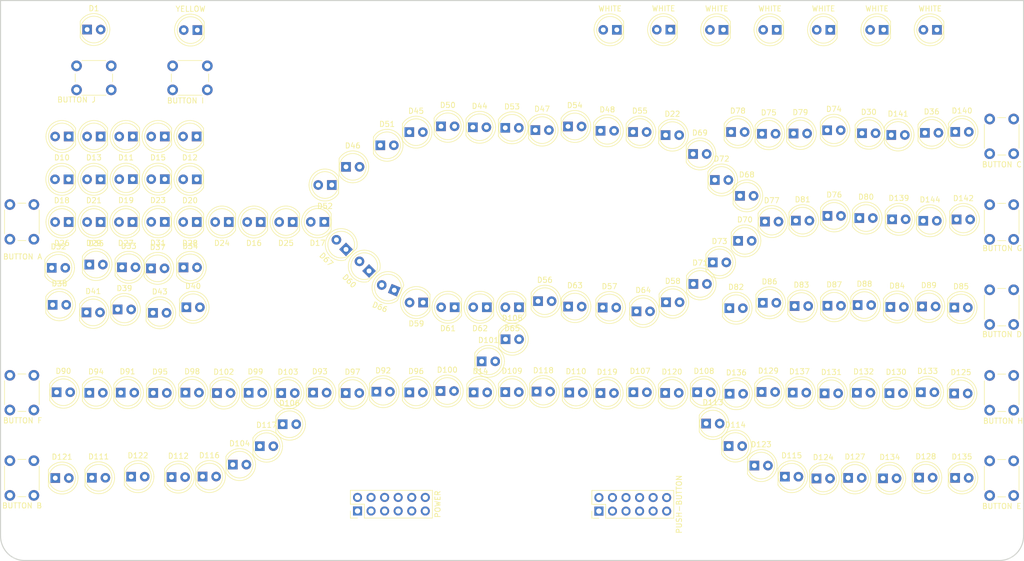
<source format=kicad_pcb>
(kicad_pcb (version 20171130) (host pcbnew "(5.1.6)-1")
  (layers (0 F.Cu signal hide) (31 B.Cu signal hide) (34 B.Paste user) (35 F.Paste user) (36 B.SilkS user) (37 F.SilkS user) (38 B.Mask user) (39 F.Mask user) (44 Edge.Cuts user))
  (net 0 "")
  (net 1 "Net-(D1-Pad1)")
  (net 2 +12P)
  (net 3 "Net-(D2-Pad1)")
  (net 4 "Net-(D3-Pad1)")
  (net 5 "Net-(D4-Pad1)")
  (net 6 "Net-(D5-Pad1)")
  (net 7 "Net-(D7-Pad1)")
  (net 8 "Net-(D8-Pad1)")
  (net 9 "Net-(D10-Pad1)")
  (net 10 "Net-(D11-Pad1)")
  (net 11 "Net-(D13-Pad1)")
  (net 12 "Net-(D16-Pad1)")
  (net 13 "Net-(D18-Pad1)")
  (net 14 "Net-(D19-Pad1)")
  (net 15 "Net-(D21-Pad1)")
  (net 16 "Net-(D24-Pad1)")
  (net 17 "Net-(D26-Pad1)")
  (net 18 "Net-(D27-Pad1)")
  (net 19 "Net-(D29-Pad1)")
  (net 20 "Net-(D32-Pad1)")
  (net 21 "Net-(D33-Pad1)")
  (net 22 "Net-(D35-Pad1)")
  (net 23 "Net-(D38-Pad1)")
  (net 24 "Net-(D39-Pad1)")
  (net 25 "Net-(D41-Pad1)")
  (net 26 "/Panel Display Buttons/PB-GS")
  (net 27 "/Panel Display Buttons/PB-PL1")
  (net 28 "/Panel Display Buttons/PB-PL2")
  (net 29 "/Panel Display Buttons/PB-MLE")
  (net 30 "/Panel Display Buttons/PB-SD")
  (net 31 "/Panel Display Buttons/PB-DK")
  (net 32 "/Panel Display Buttons/PB-MLW")
  (net 33 "/Panel Display Buttons/PB-FY")
  (net 34 "/Panel Display Buttons/PB-AUX2")
  (net 35 "/Panel Display Buttons/PB-AUX1")
  (net 36 GND)
  (net 37 "Net-(J2-Pad7)")
  (net 38 "/LED Aux/AUX2")
  (net 39 "/LED Aux/AUX1")
  (net 40 +5V)
  (net 41 "Net-(Q1-Pad1)")
  (net 42 "Net-(Q1-Pad2)")
  (net 43 "Net-(Q2-Pad1)")
  (net 44 "Net-(Q2-Pad2)")
  (net 45 /LED1)
  (net 46 /LED24)
  (net 47 /LED6)
  (net 48 /LED2)
  (net 49 /LED25)
  (net 50 /LED29)
  (net 51 /LED3)
  (net 52 /LED26)
  (net 53 /LED4)
  (net 54 /LED27)
  (net 55 /LED5)
  (net 56 /LED28)
  (net 57 /LED8)
  (net 58 /LED7)
  (net 59 /LED9)
  (net 60 /LED16)
  (net 61 /LED15)
  (net 62 /LED14)
  (net 63 /LED13)
  (net 64 /LED12)
  (net 65 /LED11)
  (net 66 /LED10)
  (net 67 /LED17)
  (net 68 /LED23)
  (net 69 /LED22)
  (net 70 /LED21)
  (net 71 /LED20)
  (net 72 /LED19)
  (net 73 /LED18)
  (net 74 /LED30)
  (net 75 /LED31)
  (net 76 /LED32)
  (net 77 /LED34)
  (net 78 /LED35)
  (net 79 /LED36)
  (net 80 /LED37)
  (net 81 /LED38)
  (net 82 /LED39)
  (net 83 /LED40)
  (net 84 /LED33)
  (net 85 /LED42)
  (net 86 /LED43)
  (net 87 /LED44)
  (net 88 /LED45)
  (net 89 /LED46)
  (net 90 /LED47)
  (net 91 /LED48)
  (net 92 /LED41)
  (net 93 "Net-(D44-Pad2)")
  (net 94 "Net-(D47-Pad2)")
  (net 95 "Net-(D50-Pad2)")
  (net 96 "Net-(D53-Pad2)")
  (net 97 "Net-(D56-Pad1)")
  (net 98 "Net-(D57-Pad1)")
  (net 99 "Net-(D59-Pad2)")
  (net 100 "Net-(D59-Pad1)")
  (net 101 "Net-(D61-Pad1)")
  (net 102 "Net-(D63-Pad1)")
  (net 103 "Net-(D78-Pad1)")
  (net 104 "Net-(D82-Pad1)")
  (net 105 "Net-(D84-Pad1)")
  (net 106 "Net-(D86-Pad1)")
  (net 107 "Net-(D88-Pad1)")
  (net 108 "Net-(D92-Pad1)")
  (net 109 "Net-(D100-Pad1)")
  (net 110 "Net-(D96-Pad1)")
  (net 111 "Net-(D104-Pad2)")
  (net 112 "Net-(D104-Pad1)")
  (net 113 "Net-(D107-Pad2)")
  (net 114 "Net-(D107-Pad1)")
  (net 115 "Net-(D109-Pad1)")
  (net 116 "Net-(D113-Pad1)")
  (net 117 "Net-(D114-Pad1)")
  (net 118 "Net-(D116-Pad2)")
  (net 119 "Net-(D116-Pad1)")
  (net 120 "Net-(D118-Pad1)")
  (net 121 "Net-(D119-Pad1)")
  (net 122 "Net-(D123-Pad1)")
  (net 123 "Net-(D125-Pad2)")
  (net 124 "Net-(D127-Pad1)")
  (net 125 "Net-(D129-Pad1)")
  (net 126 "Net-(D130-Pad2)")
  (net 127 "Net-(D132-Pad2)")
  (net 128 "Net-(D132-Pad1)")
  (net 129 "Net-(D134-Pad1)")
  (net 130 "Net-(D136-Pad1)")
  (net 131 DATA)
  (net 132 DCLK)
  (net 133 RST)
  (net 134 DLAT)
  (net 135 "Net-(D139-Pad1)")
  (net 136 "Net-(J1-Pad7)")
  (net 137 "Net-(J1-Pad6)")
  (net 138 "Net-(J2-Pad6)")
  (net 139 "Net-(J2-Pad9)")
  (net 140 "Net-(D61-Pad2)")
  (net 141 "Net-(D14-Pad1)")
  (net 142 "Net-(D3-Pad2)")
  (net 143 "Net-(D7-Pad2)")
  (net 144 "Net-(D10-Pad2)")
  (net 145 "Net-(D13-Pad2)")
  (net 146 "Net-(D14-Pad2)")
  (net 147 "Net-(D16-Pad2)")
  (net 148 "Net-(D18-Pad2)")
  (net 149 "Net-(D21-Pad2)")
  (net 150 "Net-(D22-Pad2)")
  (net 151 "Net-(D24-Pad2)")
  (net 152 "Net-(D26-Pad2)")
  (net 153 "Net-(D29-Pad2)")
  (net 154 "Net-(D30-Pad1)")
  (net 155 "Net-(D30-Pad2)")
  (net 156 "Net-(D32-Pad2)")
  (net 157 "Net-(D47-Pad1)")
  (net 158 "Net-(D53-Pad1)")
  (net 159 "Net-(D54-Pad1)")
  (net 160 "Net-(D71-Pad2)")
  (net 161 "Net-(D72-Pad2)")
  (net 162 "Net-(D73-Pad2)")
  (net 163 "Net-(D74-Pad2)")
  (net 164 "Net-(D75-Pad2)")
  (net 165 "Net-(D76-Pad2)")
  (net 166 "Net-(D77-Pad2)")
  (net 167 "Net-(D100-Pad2)")
  (net 168 "Net-(D101-Pad2)")
  (net 169 "Net-(D78-Pad2)")
  (net 170 "Net-(D102-Pad2)")
  (net 171 "Net-(D103-Pad2)")
  (net 172 "Net-(D80-Pad2)")
  (net 173 "Net-(D81-Pad2)")
  (net 174 "Net-(D105-Pad2)")
  (net 175 "Net-(D82-Pad2)")
  (net 176 "Net-(D106-Pad2)")
  (net 177 "Net-(D84-Pad2)")
  (net 178 "Net-(D109-Pad2)")
  (net 179 "Net-(D86-Pad2)")
  (net 180 "Net-(D111-Pad2)")
  (net 181 "Net-(D88-Pad2)")
  (net 182 "Net-(D113-Pad2)")
  (net 183 "Net-(D90-Pad2)")
  (net 184 "Net-(D91-Pad2)")
  (net 185 "Net-(D114-Pad2)")
  (net 186 "Net-(D117-Pad2)")
  (net 187 "Net-(D118-Pad2)")
  (net 188 "Net-(D134-Pad2)")
  (net 189 "Net-(U1-Pad7)")
  (net 190 "Net-(U1-Pad6)")
  (net 191 "Net-(U1-Pad5)")
  (net 192 "Net-(U1-Pad4)")
  (net 193 "Net-(U1-Pad3)")
  (net 194 "Net-(U1-Pad2)")
  (net 195 "Net-(U1-Pad9)")
  (net 196 "Net-(U1-Pad1)")
  (net 197 "Net-(U2-Pad7)")
  (net 198 "Net-(U2-Pad6)")
  (net 199 "Net-(U2-Pad5)")
  (net 200 "Net-(U2-Pad4)")
  (net 201 "Net-(U2-Pad3)")
  (net 202 "Net-(U2-Pad2)")
  (net 203 "Net-(U2-Pad9)")
  (net 204 "Net-(U2-Pad1)")
  (net 205 "Net-(U3-Pad7)")
  (net 206 "Net-(U3-Pad6)")
  (net 207 "Net-(U3-Pad5)")
  (net 208 "Net-(U3-Pad4)")
  (net 209 "Net-(U3-Pad3)")
  (net 210 "Net-(U3-Pad2)")
  (net 211 "Net-(U3-Pad9)")
  (net 212 "Net-(U3-Pad1)")
  (net 213 "Net-(U4-Pad9)")
  (net 214 EX1)
  (net 215 "Net-(U5-Pad9)")
  (net 216 EX2)
  (net 217 "Net-(U10-Pad14)")
  (net 218 EX3)
  (net 219 "Net-(U10-Pad15)")
  (net 220 "Net-(U7-Pad9)")
  (net 221 "Net-(U10-Pad1)")
  (net 222 "Net-(U10-Pad2)")
  (net 223 "Net-(U10-Pad3)")
  (net 224 "Net-(U10-Pad4)")
  (net 225 "Net-(U10-Pad5)")
  (net 226 "Net-(U10-Pad6)")
  (net 227 "Net-(U11-Pad6)")
  (net 228 "Net-(U11-Pad5)")
  (net 229 "Net-(U11-Pad4)")
  (net 230 "Net-(U11-Pad3)")
  (net 231 "Net-(U11-Pad2)")
  (net 232 "Net-(U11-Pad1)")
  (net 233 "Net-(U8-Pad9)")
  (net 234 "Net-(U11-Pad15)")
  (net 235 "Net-(U12-Pad15)")
  (net 236 "Net-(U9-Pad9)")
  (net 237 "Net-(U12-Pad1)")
  (net 238 "Net-(U12-Pad2)")
  (net 239 "Net-(U12-Pad3)")
  (net 240 "Net-(U12-Pad4)")
  (net 241 "Net-(U12-Pad5)")
  (net 242 "Net-(U12-Pad6)")
  (net 243 EX4)
  (net 244 "Net-(U10-Pad9)")
  (net 245 "Net-(U11-Pad9)")
  (net 246 EX5)
  (net 247 EX6)
  (net 248 "Net-(U12-Pad9)")
  (net 249 "Net-(U13-Pad7)")
  (net 250 "Net-(U13-Pad10)")
  (net 251 "Net-(U13-Pad9)")
  (net 252 "Net-(D35-Pad2)")
  (net 253 "Net-(D38-Pad2)")
  (net 254 "Net-(D41-Pad2)")
  (net 255 "Net-(D45-Pad2)")
  (net 256 "Net-(D46-Pad2)")
  (net 257 "Net-(D51-Pad2)")
  (net 258 "Net-(D52-Pad2)")
  (net 259 "Net-(D56-Pad2)")
  (net 260 "Net-(D60-Pad2)")
  (net 261 "Net-(D63-Pad2)")
  (net 262 "Net-(D66-Pad2)")
  (net 263 "Net-(D67-Pad2)")
  (net 264 "Net-(D68-Pad2)")
  (net 265 "Net-(D69-Pad2)")
  (net 266 "Net-(D70-Pad2)")
  (net 267 "Net-(D141-Pad2)")
  (net 268 "Net-(D139-Pad2)")
  (net 269 "Net-(D144-Pad2)")
  (net 270 "Net-(D94-Pad2)")
  (net 271 "Net-(D95-Pad2)")
  (net 272 "Net-(D98-Pad2)")
  (net 273 "Net-(D99-Pad2)")
  (net 274 "Net-(D121-Pad2)")
  (net 275 "Net-(D127-Pad2)")
  (net 276 "Net-(D129-Pad2)")
  (net 277 "Net-(D136-Pad2)")
  (net 278 "Net-(D140-Pad2)")
  (module LEDs:LED_D5.0mm (layer F.Cu) (at 176.2506 63.5762)
    (fp_text reference D22 (at 1.27 -3.96) (layer F.SilkS))
    (fp_text value GREEN)
    (pad 1 thru_hole rect (at 0 0) (size 1.8 1.8) (drill 0.9) (layers *.Cu *.Mask) (net 64 /LED12))
    (pad 2 thru_hole circle (at 2.54 0) (size 1.8 1.8) (drill 0.9) (layers *.Cu *.Mask) (net 150 "Net-(D22-Pad2)"))
  )
  (module Housings_DIP:DIP-16_W7.62mm_LongPads (layer F.Cu) (at 62.9236 3.4682)
    (fp_text reference U6 (at 3.81 -2.33) (layer F.SilkS))
    (fp_text value 74HC595)
    (pad 1 thru_hole rect (at 0 0) (size 2.4 1.6) (drill 0.8) (layers *.Cu *.Mask) (net 210 "Net-(U3-Pad2)"))
    (pad 9 thru_hole oval (at 7.62 17.78) (size 2.4 1.6) (drill 0.8) (layers *.Cu *.Mask) (net 217 "Net-(U10-Pad14)"))
    (pad 2 thru_hole oval (at 0 2.54) (size 2.4 1.6) (drill 0.8) (layers *.Cu *.Mask) (net 209 "Net-(U3-Pad3)"))
    (pad 10 thru_hole oval (at 7.62 15.24) (size 2.4 1.6) (drill 0.8) (layers *.Cu *.Mask) (net 133 RST))
    (pad 3 thru_hole oval (at 0 5.08) (size 2.4 1.6) (drill 0.8) (layers *.Cu *.Mask) (net 208 "Net-(U3-Pad4)"))
    (pad 11 thru_hole oval (at 7.62 12.7) (size 2.4 1.6) (drill 0.8) (layers *.Cu *.Mask) (net 132 DCLK))
    (pad 4 thru_hole oval (at 0 7.62) (size 2.4 1.6) (drill 0.8) (layers *.Cu *.Mask) (net 207 "Net-(U3-Pad5)"))
    (pad 12 thru_hole oval (at 7.62 10.16) (size 2.4 1.6) (drill 0.8) (layers *.Cu *.Mask) (net 134 DLAT))
    (pad 5 thru_hole oval (at 0 10.16) (size 2.4 1.6) (drill 0.8) (layers *.Cu *.Mask) (net 206 "Net-(U3-Pad6)"))
    (pad 13 thru_hole oval (at 7.62 7.62) (size 2.4 1.6) (drill 0.8) (layers *.Cu *.Mask) (net 36 GND))
    (pad 6 thru_hole oval (at 0 12.7) (size 2.4 1.6) (drill 0.8) (layers *.Cu *.Mask) (net 205 "Net-(U3-Pad7)"))
    (pad 14 thru_hole oval (at 7.62 5.08) (size 2.4 1.6) (drill 0.8) (layers *.Cu *.Mask) (net 215 "Net-(U5-Pad9)"))
    (pad 7 thru_hole oval (at 0 15.24) (size 2.4 1.6) (drill 0.8) (layers *.Cu *.Mask) (net 218 EX3))
    (pad 15 thru_hole oval (at 7.62 2.54) (size 2.4 1.6) (drill 0.8) (layers *.Cu *.Mask) (net 212 "Net-(U3-Pad1)"))
    (pad 8 thru_hole oval (at 0 17.78) (size 2.4 1.6) (drill 0.8) (layers *.Cu *.Mask) (net 36 GND))
    (pad 16 thru_hole oval (at 7.62 0) (size 2.4 1.6) (drill 0.8) (layers *.Cu *.Mask) (net 40 +5V))
  )
  (module Housings_DIP:DIP-16_W7.62mm_LongPads (layer F.Cu) (at 74.5236 3.4682)
    (fp_text reference U5 (at 3.81 -2.33) (layer F.SilkS))
    (fp_text value 74HC595)
    (pad 1 thru_hole rect (at 0 0) (size 2.4 1.6) (drill 0.8) (layers *.Cu *.Mask) (net 202 "Net-(U2-Pad2)"))
    (pad 9 thru_hole oval (at 7.62 17.78) (size 2.4 1.6) (drill 0.8) (layers *.Cu *.Mask) (net 215 "Net-(U5-Pad9)"))
    (pad 2 thru_hole oval (at 0 2.54) (size 2.4 1.6) (drill 0.8) (layers *.Cu *.Mask) (net 201 "Net-(U2-Pad3)"))
    (pad 10 thru_hole oval (at 7.62 15.24) (size 2.4 1.6) (drill 0.8) (layers *.Cu *.Mask) (net 133 RST))
    (pad 3 thru_hole oval (at 0 5.08) (size 2.4 1.6) (drill 0.8) (layers *.Cu *.Mask) (net 200 "Net-(U2-Pad4)"))
    (pad 11 thru_hole oval (at 7.62 12.7) (size 2.4 1.6) (drill 0.8) (layers *.Cu *.Mask) (net 132 DCLK))
    (pad 4 thru_hole oval (at 0 7.62) (size 2.4 1.6) (drill 0.8) (layers *.Cu *.Mask) (net 199 "Net-(U2-Pad5)"))
    (pad 12 thru_hole oval (at 7.62 10.16) (size 2.4 1.6) (drill 0.8) (layers *.Cu *.Mask) (net 134 DLAT))
    (pad 5 thru_hole oval (at 0 10.16) (size 2.4 1.6) (drill 0.8) (layers *.Cu *.Mask) (net 198 "Net-(U2-Pad6)"))
    (pad 13 thru_hole oval (at 7.62 7.62) (size 2.4 1.6) (drill 0.8) (layers *.Cu *.Mask) (net 36 GND))
    (pad 6 thru_hole oval (at 0 12.7) (size 2.4 1.6) (drill 0.8) (layers *.Cu *.Mask) (net 197 "Net-(U2-Pad7)"))
    (pad 14 thru_hole oval (at 7.62 5.08) (size 2.4 1.6) (drill 0.8) (layers *.Cu *.Mask) (net 213 "Net-(U4-Pad9)"))
    (pad 7 thru_hole oval (at 0 15.24) (size 2.4 1.6) (drill 0.8) (layers *.Cu *.Mask) (net 216 EX2))
    (pad 15 thru_hole oval (at 7.62 2.54) (size 2.4 1.6) (drill 0.8) (layers *.Cu *.Mask) (net 204 "Net-(U2-Pad1)"))
    (pad 8 thru_hole oval (at 0 17.78) (size 2.4 1.6) (drill 0.8) (layers *.Cu *.Mask) (net 36 GND))
    (pad 16 thru_hole oval (at 7.62 0) (size 2.4 1.6) (drill 0.8) (layers *.Cu *.Mask) (net 40 +5V))
  )
  (module Housings_DIP:DIP-16_W7.62mm_LongPads (layer F.Cu) (at 86.1236 3.4682)
    (fp_text reference U4 (at 3.81 -2.33) (layer F.SilkS))
    (fp_text value 74HC595)
    (pad 1 thru_hole rect (at 0 0) (size 2.4 1.6) (drill 0.8) (layers *.Cu *.Mask) (net 194 "Net-(U1-Pad2)"))
    (pad 9 thru_hole oval (at 7.62 17.78) (size 2.4 1.6) (drill 0.8) (layers *.Cu *.Mask) (net 213 "Net-(U4-Pad9)"))
    (pad 2 thru_hole oval (at 0 2.54) (size 2.4 1.6) (drill 0.8) (layers *.Cu *.Mask) (net 193 "Net-(U1-Pad3)"))
    (pad 10 thru_hole oval (at 7.62 15.24) (size 2.4 1.6) (drill 0.8) (layers *.Cu *.Mask) (net 133 RST))
    (pad 3 thru_hole oval (at 0 5.08) (size 2.4 1.6) (drill 0.8) (layers *.Cu *.Mask) (net 192 "Net-(U1-Pad4)"))
    (pad 11 thru_hole oval (at 7.62 12.7) (size 2.4 1.6) (drill 0.8) (layers *.Cu *.Mask) (net 132 DCLK))
    (pad 4 thru_hole oval (at 0 7.62) (size 2.4 1.6) (drill 0.8) (layers *.Cu *.Mask) (net 191 "Net-(U1-Pad5)"))
    (pad 12 thru_hole oval (at 7.62 10.16) (size 2.4 1.6) (drill 0.8) (layers *.Cu *.Mask) (net 134 DLAT))
    (pad 5 thru_hole oval (at 0 10.16) (size 2.4 1.6) (drill 0.8) (layers *.Cu *.Mask) (net 190 "Net-(U1-Pad6)"))
    (pad 13 thru_hole oval (at 7.62 7.62) (size 2.4 1.6) (drill 0.8) (layers *.Cu *.Mask) (net 36 GND))
    (pad 6 thru_hole oval (at 0 12.7) (size 2.4 1.6) (drill 0.8) (layers *.Cu *.Mask) (net 189 "Net-(U1-Pad7)"))
    (pad 14 thru_hole oval (at 7.62 5.08) (size 2.4 1.6) (drill 0.8) (layers *.Cu *.Mask) (net 131 DATA))
    (pad 7 thru_hole oval (at 0 15.24) (size 2.4 1.6) (drill 0.8) (layers *.Cu *.Mask) (net 214 EX1))
    (pad 15 thru_hole oval (at 7.62 2.54) (size 2.4 1.6) (drill 0.8) (layers *.Cu *.Mask) (net 196 "Net-(U1-Pad1)"))
    (pad 8 thru_hole oval (at 0 17.78) (size 2.4 1.6) (drill 0.8) (layers *.Cu *.Mask) (net 36 GND))
    (pad 16 thru_hole oval (at 7.62 0) (size 2.4 1.6) (drill 0.8) (layers *.Cu *.Mask) (net 40 +5V))
  )
  (module Housings_DIP:DIP-16_W7.62mm_LongPads (layer F.Cu) (at 97.7236 3.4682)
    (fp_text reference U3 (at 3.81 -2.33) (layer F.SilkS))
    (fp_text value ULN2003A)
    (pad 1 thru_hole rect (at 0 0) (size 2.4 1.6) (drill 0.8) (layers *.Cu *.Mask) (net 212 "Net-(U3-Pad1)"))
    (pad 9 thru_hole oval (at 7.62 17.78) (size 2.4 1.6) (drill 0.8) (layers *.Cu *.Mask) (net 211 "Net-(U3-Pad9)"))
    (pad 2 thru_hole oval (at 0 2.54) (size 2.4 1.6) (drill 0.8) (layers *.Cu *.Mask) (net 210 "Net-(U3-Pad2)"))
    (pad 10 thru_hole oval (at 7.62 15.24) (size 2.4 1.6) (drill 0.8) (layers *.Cu *.Mask) (net 72 /LED19))
    (pad 3 thru_hole oval (at 0 5.08) (size 2.4 1.6) (drill 0.8) (layers *.Cu *.Mask) (net 209 "Net-(U3-Pad3)"))
    (pad 11 thru_hole oval (at 7.62 12.7) (size 2.4 1.6) (drill 0.8) (layers *.Cu *.Mask) (net 87 /LED44))
    (pad 4 thru_hole oval (at 0 7.62) (size 2.4 1.6) (drill 0.8) (layers *.Cu *.Mask) (net 208 "Net-(U3-Pad4)"))
    (pad 12 thru_hole oval (at 7.62 10.16) (size 2.4 1.6) (drill 0.8) (layers *.Cu *.Mask) (net 71 /LED20))
    (pad 5 thru_hole oval (at 0 10.16) (size 2.4 1.6) (drill 0.8) (layers *.Cu *.Mask) (net 207 "Net-(U3-Pad5)"))
    (pad 13 thru_hole oval (at 7.62 7.62) (size 2.4 1.6) (drill 0.8) (layers *.Cu *.Mask) (net 56 /LED28))
    (pad 6 thru_hole oval (at 0 12.7) (size 2.4 1.6) (drill 0.8) (layers *.Cu *.Mask) (net 206 "Net-(U3-Pad6)"))
    (pad 14 thru_hole oval (at 7.62 5.08) (size 2.4 1.6) (drill 0.8) (layers *.Cu *.Mask) (net 53 /LED4))
    (pad 7 thru_hole oval (at 0 15.24) (size 2.4 1.6) (drill 0.8) (layers *.Cu *.Mask) (net 205 "Net-(U3-Pad7)"))
    (pad 15 thru_hole oval (at 7.62 2.54) (size 2.4 1.6) (drill 0.8) (layers *.Cu *.Mask) (net 50 /LED29))
    (pad 8 thru_hole oval (at 0 17.78) (size 2.4 1.6) (drill 0.8) (layers *.Cu *.Mask) (net 36 GND))
    (pad 16 thru_hole oval (at 7.62 0) (size 2.4 1.6) (drill 0.8) (layers *.Cu *.Mask) (net 55 /LED5))
  )
  (module Housings_DIP:DIP-16_W7.62mm_LongPads (layer F.Cu) (at 109.3236 3.4682)
    (fp_text reference U2 (at 3.81 -2.33) (layer F.SilkS))
    (fp_text value ULN2003A)
    (pad 1 thru_hole rect (at 0 0) (size 2.4 1.6) (drill 0.8) (layers *.Cu *.Mask) (net 204 "Net-(U2-Pad1)"))
    (pad 9 thru_hole oval (at 7.62 17.78) (size 2.4 1.6) (drill 0.8) (layers *.Cu *.Mask) (net 203 "Net-(U2-Pad9)"))
    (pad 2 thru_hole oval (at 0 2.54) (size 2.4 1.6) (drill 0.8) (layers *.Cu *.Mask) (net 202 "Net-(U2-Pad2)"))
    (pad 10 thru_hole oval (at 7.62 15.24) (size 2.4 1.6) (drill 0.8) (layers *.Cu *.Mask) (net 54 /LED27))
    (pad 3 thru_hole oval (at 0 5.08) (size 2.4 1.6) (drill 0.8) (layers *.Cu *.Mask) (net 201 "Net-(U2-Pad3)"))
    (pad 11 thru_hole oval (at 7.62 12.7) (size 2.4 1.6) (drill 0.8) (layers *.Cu *.Mask) (net 51 /LED3))
    (pad 4 thru_hole oval (at 0 7.62) (size 2.4 1.6) (drill 0.8) (layers *.Cu *.Mask) (net 200 "Net-(U2-Pad4)"))
    (pad 12 thru_hole oval (at 7.62 10.16) (size 2.4 1.6) (drill 0.8) (layers *.Cu *.Mask) (net 52 /LED26))
    (pad 5 thru_hole oval (at 0 10.16) (size 2.4 1.6) (drill 0.8) (layers *.Cu *.Mask) (net 199 "Net-(U2-Pad5)"))
    (pad 13 thru_hole oval (at 7.62 7.62) (size 2.4 1.6) (drill 0.8) (layers *.Cu *.Mask) (net 48 /LED2))
    (pad 6 thru_hole oval (at 0 12.7) (size 2.4 1.6) (drill 0.8) (layers *.Cu *.Mask) (net 198 "Net-(U2-Pad6)"))
    (pad 14 thru_hole oval (at 7.62 5.08) (size 2.4 1.6) (drill 0.8) (layers *.Cu *.Mask) (net 91 /LED48))
    (pad 7 thru_hole oval (at 0 15.24) (size 2.4 1.6) (drill 0.8) (layers *.Cu *.Mask) (net 197 "Net-(U2-Pad7)"))
    (pad 15 thru_hole oval (at 7.62 2.54) (size 2.4 1.6) (drill 0.8) (layers *.Cu *.Mask) (net 46 /LED24))
    (pad 8 thru_hole oval (at 0 17.78) (size 2.4 1.6) (drill 0.8) (layers *.Cu *.Mask) (net 36 GND))
    (pad 16 thru_hole oval (at 7.62 0) (size 2.4 1.6) (drill 0.8) (layers *.Cu *.Mask) (net 90 /LED47))
  )
  (module Housings_DIP:DIP-16_W7.62mm_LongPads (layer F.Cu) (at 120.9236 3.4682)
    (fp_text reference U1 (at 3.81 -2.33) (layer F.SilkS))
    (fp_text value ULN2003A)
    (pad 1 thru_hole rect (at 0 0) (size 2.4 1.6) (drill 0.8) (layers *.Cu *.Mask) (net 196 "Net-(U1-Pad1)"))
    (pad 9 thru_hole oval (at 7.62 17.78) (size 2.4 1.6) (drill 0.8) (layers *.Cu *.Mask) (net 195 "Net-(U1-Pad9)"))
    (pad 2 thru_hole oval (at 0 2.54) (size 2.4 1.6) (drill 0.8) (layers *.Cu *.Mask) (net 194 "Net-(U1-Pad2)"))
    (pad 10 thru_hole oval (at 7.62 15.24) (size 2.4 1.6) (drill 0.8) (layers *.Cu *.Mask) (net 68 /LED23))
    (pad 3 thru_hole oval (at 0 5.08) (size 2.4 1.6) (drill 0.8) (layers *.Cu *.Mask) (net 193 "Net-(U1-Pad3)"))
    (pad 11 thru_hole oval (at 7.62 12.7) (size 2.4 1.6) (drill 0.8) (layers *.Cu *.Mask) (net 89 /LED46))
    (pad 4 thru_hole oval (at 0 7.62) (size 2.4 1.6) (drill 0.8) (layers *.Cu *.Mask) (net 192 "Net-(U1-Pad4)"))
    (pad 12 thru_hole oval (at 7.62 10.16) (size 2.4 1.6) (drill 0.8) (layers *.Cu *.Mask) (net 69 /LED22))
    (pad 5 thru_hole oval (at 0 10.16) (size 2.4 1.6) (drill 0.8) (layers *.Cu *.Mask) (net 191 "Net-(U1-Pad5)"))
    (pad 13 thru_hole oval (at 7.62 7.62) (size 2.4 1.6) (drill 0.8) (layers *.Cu *.Mask) (net 88 /LED45))
    (pad 6 thru_hole oval (at 0 12.7) (size 2.4 1.6) (drill 0.8) (layers *.Cu *.Mask) (net 190 "Net-(U1-Pad6)"))
    (pad 14 thru_hole oval (at 7.62 5.08) (size 2.4 1.6) (drill 0.8) (layers *.Cu *.Mask) (net 70 /LED21))
    (pad 7 thru_hole oval (at 0 15.24) (size 2.4 1.6) (drill 0.8) (layers *.Cu *.Mask) (net 189 "Net-(U1-Pad7)"))
    (pad 15 thru_hole oval (at 7.62 2.54) (size 2.4 1.6) (drill 0.8) (layers *.Cu *.Mask) (net 49 /LED25))
    (pad 8 thru_hole oval (at 0 17.78) (size 2.4 1.6) (drill 0.8) (layers *.Cu *.Mask) (net 36 GND))
    (pad 16 thru_hole oval (at 7.62 0) (size 2.4 1.6) (drill 0.8) (layers *.Cu *.Mask) (net 45 /LED1))
  )
  (module Resistors_THT:R_Axial_DIN0207_L6.3mm_D2.5mm_P10.16mm_Horizontal (layer F.Cu) (at 62.5236 -64.3918)
    (fp_text reference R68 (at 5.08 -2.31) (layer F.SilkS))
    (fp_text value 4.7K)
    (pad 1 thru_hole circle (at 0 0) (size 1.6 1.6) (drill 0.8) (layers *.Cu *.Mask) (net 2 +12P))
    (pad 2 thru_hole oval (at 10.16 0) (size 1.6 1.6) (drill 0.8) (layers *.Cu *.Mask) (net 96 "Net-(D53-Pad2)"))
  )
  (module Resistors_THT:R_Axial_DIN0207_L6.3mm_D2.5mm_P10.16mm_Horizontal (layer F.Cu) (at 89.2236 -81.3918)
    (fp_text reference R67 (at 5.08 -2.31) (layer F.SilkS))
    (fp_text value 4.7K)
    (pad 1 thru_hole circle (at 0 0) (size 1.6 1.6) (drill 0.8) (layers *.Cu *.Mask) (net 2 +12P))
    (pad 2 thru_hole oval (at 10.16 0) (size 1.6 1.6) (drill 0.8) (layers *.Cu *.Mask) (net 94 "Net-(D47-Pad2)"))
  )
  (module Resistors_THT:R_Axial_DIN0207_L6.3mm_D2.5mm_P10.16mm_Horizontal (layer F.Cu) (at 62.5236 -60.1418)
    (fp_text reference R66 (at 5.08 -2.31) (layer F.SilkS))
    (fp_text value 4.7K)
    (pad 1 thru_hole circle (at 0 0) (size 1.6 1.6) (drill 0.8) (layers *.Cu *.Mask) (net 2 +12P))
    (pad 2 thru_hole oval (at 10.16 0) (size 1.6 1.6) (drill 0.8) (layers *.Cu *.Mask) (net 258 "Net-(D52-Pad2)"))
  )
  (module Resistors_THT:R_Axial_DIN0207_L6.3mm_D2.5mm_P10.16mm_Horizontal (layer F.Cu) (at 75.8736 -72.8918)
    (fp_text reference R65 (at 5.08 -2.31) (layer F.SilkS))
    (fp_text value 4.7K)
    (pad 1 thru_hole circle (at 0 0) (size 1.6 1.6) (drill 0.8) (layers *.Cu *.Mask) (net 2 +12P))
    (pad 2 thru_hole oval (at 10.16 0) (size 1.6 1.6) (drill 0.8) (layers *.Cu *.Mask) (net 256 "Net-(D46-Pad2)"))
  )
  (module Resistors_THT:R_Axial_DIN0207_L6.3mm_D2.5mm_P10.16mm_Horizontal (layer F.Cu) (at 62.5236 -81.3918)
    (fp_text reference R64 (at 5.08 -2.31) (layer F.SilkS))
    (fp_text value 4.7K)
    (pad 1 thru_hole circle (at 0 0) (size 1.6 1.6) (drill 0.8) (layers *.Cu *.Mask) (net 2 +12P))
    (pad 2 thru_hole oval (at 10.16 0) (size 1.6 1.6) (drill 0.8) (layers *.Cu *.Mask) (net 174 "Net-(D105-Pad2)"))
  )
  (module Resistors_THT:R_Axial_DIN0207_L6.3mm_D2.5mm_P10.16mm_Horizontal (layer F.Cu) (at 89.2236 -77.1418)
    (fp_text reference R63 (at 5.08 -2.31) (layer F.SilkS))
    (fp_text value 4.7K)
    (pad 1 thru_hole circle (at 0 0) (size 1.6 1.6) (drill 0.8) (layers *.Cu *.Mask) (net 2 +12P))
    (pad 2 thru_hole oval (at 10.16 0) (size 1.6 1.6) (drill 0.8) (layers *.Cu *.Mask) (net 146 "Net-(D14-Pad2)"))
  )
  (module Resistors_THT:R_Axial_DIN0207_L6.3mm_D2.5mm_P10.16mm_Horizontal (layer F.Cu) (at 62.5236 -51.6418)
    (fp_text reference R62 (at 5.08 -2.31) (layer F.SilkS))
    (fp_text value 4.7K)
    (pad 1 thru_hole circle (at 0 0) (size 1.6 1.6) (drill 0.8) (layers *.Cu *.Mask) (net 2 +12P))
    (pad 2 thru_hole oval (at 10.16 0) (size 1.6 1.6) (drill 0.8) (layers *.Cu *.Mask) (net 171 "Net-(D103-Pad2)"))
  )
  (module Resistors_THT:R_Axial_DIN0207_L6.3mm_D2.5mm_P10.16mm_Horizontal (layer F.Cu) (at 75.8736 -68.6418)
    (fp_text reference R61 (at 5.08 -2.31) (layer F.SilkS))
    (fp_text value 4.7K)
    (pad 1 thru_hole circle (at 0 0) (size 1.6 1.6) (drill 0.8) (layers *.Cu *.Mask) (net 2 +12P))
    (pad 2 thru_hole oval (at 10.16 0) (size 1.6 1.6) (drill 0.8) (layers *.Cu *.Mask) (net 271 "Net-(D95-Pad2)"))
  )
  (module Resistors_THT:R_Axial_DIN0207_L6.3mm_D2.5mm_P10.16mm_Horizontal (layer F.Cu) (at 75.8736 -64.3918)
    (fp_text reference R60 (at 5.08 -2.31) (layer F.SilkS))
    (fp_text value 4.7K)
    (pad 1 thru_hole circle (at 0 0) (size 1.6 1.6) (drill 0.8) (layers *.Cu *.Mask) (net 2 +12P))
    (pad 2 thru_hole oval (at 10.16 0) (size 1.6 1.6) (drill 0.8) (layers *.Cu *.Mask) (net 181 "Net-(D88-Pad2)"))
  )
  (module Resistors_THT:R_Axial_DIN0207_L6.3mm_D2.5mm_P10.16mm_Horizontal (layer F.Cu) (at 102.5736 -81.3918)
    (fp_text reference R59 (at 5.08 -2.31) (layer F.SilkS))
    (fp_text value 4.7K)
    (pad 1 thru_hole circle (at 0 0) (size 1.6 1.6) (drill 0.8) (layers *.Cu *.Mask) (net 2 +12P))
    (pad 2 thru_hole oval (at 10.16 0) (size 1.6 1.6) (drill 0.8) (layers *.Cu *.Mask) (net 175 "Net-(D82-Pad2)"))
  )
  (module Resistors_THT:R_Axial_DIN0207_L6.3mm_D2.5mm_P10.16mm_Horizontal (layer F.Cu) (at 102.5736 -60.1418)
    (fp_text reference R58 (at 5.08 -2.31) (layer F.SilkS))
    (fp_text value 4.7K)
    (pad 1 thru_hole circle (at 0 0) (size 1.6 1.6) (drill 0.8) (layers *.Cu *.Mask) (net 2 +12P))
    (pad 2 thru_hole oval (at 10.16 0) (size 1.6 1.6) (drill 0.8) (layers *.Cu *.Mask) (net 173 "Net-(D81-Pad2)"))
  )
  (module Resistors_THT:R_Axial_DIN0207_L6.3mm_D2.5mm_P10.16mm_Horizontal (layer F.Cu) (at 89.2236 -72.8918)
    (fp_text reference R57 (at 5.08 -2.31) (layer F.SilkS))
    (fp_text value 4.7K)
    (pad 1 thru_hole circle (at 0 0) (size 1.6 1.6) (drill 0.8) (layers *.Cu *.Mask) (net 2 +12P))
    (pad 2 thru_hole oval (at 10.16 0) (size 1.6 1.6) (drill 0.8) (layers *.Cu *.Mask) (net 169 "Net-(D78-Pad2)"))
  )
  (module Resistors_THT:R_Axial_DIN0207_L6.3mm_D2.5mm_P10.16mm_Horizontal (layer F.Cu) (at 75.8736 -55.8918)
    (fp_text reference R56 (at 5.08 -2.31) (layer F.SilkS))
    (fp_text value 4.7K)
    (pad 1 thru_hole circle (at 0 0) (size 1.6 1.6) (drill 0.8) (layers *.Cu *.Mask) (net 2 +12P))
    (pad 2 thru_hole oval (at 10.16 0) (size 1.6 1.6) (drill 0.8) (layers *.Cu *.Mask) (net 263 "Net-(D67-Pad2)"))
  )
  (module Resistors_THT:R_Axial_DIN0207_L6.3mm_D2.5mm_P10.16mm_Horizontal (layer F.Cu) (at 89.2236 -51.6418)
    (fp_text reference R55 (at 5.08 -2.31) (layer F.SilkS))
    (fp_text value 4.7K)
    (pad 1 thru_hole circle (at 0 0) (size 1.6 1.6) (drill 0.8) (layers *.Cu *.Mask) (net 2 +12P))
    (pad 2 thru_hole oval (at 10.16 0) (size 1.6 1.6) (drill 0.8) (layers *.Cu *.Mask) (net 261 "Net-(D63-Pad2)"))
  )
  (module Resistors_THT:R_Axial_DIN0207_L6.3mm_D2.5mm_P10.16mm_Horizontal (layer F.Cu) (at 89.2236 -43.1418)
    (fp_text reference R54 (at 5.08 -2.31) (layer F.SilkS))
    (fp_text value 4.7K)
    (pad 1 thru_hole circle (at 0 0) (size 1.6 1.6) (drill 0.8) (layers *.Cu *.Mask) (net 2 +12P))
    (pad 2 thru_hole oval (at 10.16 0) (size 1.6 1.6) (drill 0.8) (layers *.Cu *.Mask) (net 160 "Net-(D71-Pad2)"))
  )
  (module Resistors_THT:R_Axial_DIN0207_L6.3mm_D2.5mm_P10.16mm_Horizontal (layer F.Cu) (at 62.5236 -17.6418)
    (fp_text reference R53 (at 5.08 -2.31) (layer F.SilkS))
    (fp_text value 4.7K)
    (pad 1 thru_hole circle (at 0 0) (size 1.6 1.6) (drill 0.8) (layers *.Cu *.Mask) (net 2 +12P))
    (pad 2 thru_hole oval (at 10.16 0) (size 1.6 1.6) (drill 0.8) (layers *.Cu *.Mask) (net 265 "Net-(D69-Pad2)"))
  )
  (module Resistors_THT:R_Axial_DIN0207_L6.3mm_D2.5mm_P10.16mm_Horizontal (layer F.Cu) (at 75.8736 -30.3918)
    (fp_text reference R52 (at 5.08 -2.31) (layer F.SilkS))
    (fp_text value 4.7K)
    (pad 1 thru_hole circle (at 0 0) (size 1.6 1.6) (drill 0.8) (layers *.Cu *.Mask) (net 2 +12P))
    (pad 2 thru_hole oval (at 10.16 0) (size 1.6 1.6) (drill 0.8) (layers *.Cu *.Mask) (net 151 "Net-(D24-Pad2)"))
  )
  (module Resistors_THT:R_Axial_DIN0207_L6.3mm_D2.5mm_P10.16mm_Horizontal (layer F.Cu) (at 62.5236 -21.8918)
    (fp_text reference R51 (at 5.08 -2.31) (layer F.SilkS))
    (fp_text value 4.7K)
    (pad 1 thru_hole circle (at 0 0) (size 1.6 1.6) (drill 0.8) (layers *.Cu *.Mask) (net 2 +12P))
    (pad 2 thru_hole oval (at 10.16 0) (size 1.6 1.6) (drill 0.8) (layers *.Cu *.Mask) (net 254 "Net-(D41-Pad2)"))
  )
  (module Resistors_THT:R_Axial_DIN0207_L6.3mm_D2.5mm_P10.16mm_Horizontal (layer F.Cu) (at 75.8736 -34.6418)
    (fp_text reference R50 (at 5.08 -2.31) (layer F.SilkS))
    (fp_text value 4.7K)
    (pad 1 thru_hole circle (at 0 0) (size 1.6 1.6) (drill 0.8) (layers *.Cu *.Mask) (net 2 +12P))
    (pad 2 thru_hole oval (at 10.16 0) (size 1.6 1.6) (drill 0.8) (layers *.Cu *.Mask) (net 252 "Net-(D35-Pad2)"))
  )
  (module Resistors_THT:R_Axial_DIN0207_L6.3mm_D2.5mm_P10.16mm_Horizontal (layer F.Cu) (at 89.2236 -47.3918)
    (fp_text reference R49 (at 5.08 -2.31) (layer F.SilkS))
    (fp_text value 4.7K)
    (pad 1 thru_hole circle (at 0 0) (size 1.6 1.6) (drill 0.8) (layers *.Cu *.Mask) (net 2 +12P))
    (pad 2 thru_hole oval (at 10.16 0) (size 1.6 1.6) (drill 0.8) (layers *.Cu *.Mask) (net 153 "Net-(D29-Pad2)"))
  )
  (module Resistors_THT:R_Axial_DIN0207_L6.3mm_D2.5mm_P10.16mm_Horizontal (layer F.Cu) (at 102.5736 -55.8918)
    (fp_text reference R48 (at 5.08 -2.31) (layer F.SilkS))
    (fp_text value 4.7K)
    (pad 1 thru_hole circle (at 0 0) (size 1.6 1.6) (drill 0.8) (layers *.Cu *.Mask) (net 2 +12P))
    (pad 2 thru_hole oval (at 10.16 0) (size 1.6 1.6) (drill 0.8) (layers *.Cu *.Mask) (net 149 "Net-(D21-Pad2)"))
  )
  (module Resistors_THT:R_Axial_DIN0207_L6.3mm_D2.5mm_P10.16mm_Horizontal (layer F.Cu) (at 115.9236 -72.8918)
    (fp_text reference R47 (at 5.08 -2.31) (layer F.SilkS))
    (fp_text value 4.7K)
    (pad 1 thru_hole circle (at 0 0) (size 1.6 1.6) (drill 0.8) (layers *.Cu *.Mask) (net 2 +12P))
    (pad 2 thru_hole oval (at 10.16 0) (size 1.6 1.6) (drill 0.8) (layers *.Cu *.Mask) (net 145 "Net-(D13-Pad2)"))
  )
  (module Resistors_THT:R_Axial_DIN0207_L6.3mm_D2.5mm_P10.16mm_Horizontal (layer F.Cu) (at 75.8736 -60.1418)
    (fp_text reference R46 (at 5.08 -2.31) (layer F.SilkS))
    (fp_text value 4.7K)
    (pad 1 thru_hole circle (at 0 0) (size 1.6 1.6) (drill 0.8) (layers *.Cu *.Mask) (net 2 +12P))
    (pad 2 thru_hole oval (at 10.16 0) (size 1.6 1.6) (drill 0.8) (layers *.Cu *.Mask) (net 182 "Net-(D113-Pad2)"))
  )
  (module Resistors_THT:R_Axial_DIN0207_L6.3mm_D2.5mm_P10.16mm_Horizontal (layer F.Cu) (at 62.5236 -43.1418)
    (fp_text reference R45 (at 5.08 -2.31) (layer F.SilkS))
    (fp_text value 4.7K)
    (pad 1 thru_hole circle (at 0 0) (size 1.6 1.6) (drill 0.8) (layers *.Cu *.Mask) (net 2 +12P))
    (pad 2 thru_hole oval (at 10.16 0) (size 1.6 1.6) (drill 0.8) (layers *.Cu *.Mask) (net 188 "Net-(D134-Pad2)"))
  )
  (module Resistors_THT:R_Axial_DIN0207_L6.3mm_D2.5mm_P10.16mm_Horizontal (layer F.Cu) (at 102.5736 -77.1418)
    (fp_text reference R44 (at 5.08 -2.31) (layer F.SilkS))
    (fp_text value 4.7K)
    (pad 1 thru_hole circle (at 0 0) (size 1.6 1.6) (drill 0.8) (layers *.Cu *.Mask) (net 2 +12P))
    (pad 2 thru_hole oval (at 10.16 0) (size 1.6 1.6) (drill 0.8) (layers *.Cu *.Mask) (net 187 "Net-(D118-Pad2)"))
  )
  (module Resistors_THT:R_Axial_DIN0207_L6.3mm_D2.5mm_P10.16mm_Horizontal (layer F.Cu) (at 62.5236 -38.8918)
    (fp_text reference R43 (at 5.08 -2.31) (layer F.SilkS))
    (fp_text value 4.7K)
    (pad 1 thru_hole circle (at 0 0) (size 1.6 1.6) (drill 0.8) (layers *.Cu *.Mask) (net 2 +12P))
    (pad 2 thru_hole oval (at 10.16 0) (size 1.6 1.6) (drill 0.8) (layers *.Cu *.Mask) (net 277 "Net-(D136-Pad2)"))
  )
  (module Resistors_THT:R_Axial_DIN0207_L6.3mm_D2.5mm_P10.16mm_Horizontal (layer F.Cu) (at 75.8736 -51.6418)
    (fp_text reference R42 (at 5.08 -2.31) (layer F.SilkS))
    (fp_text value 4.7K)
    (pad 1 thru_hole circle (at 0 0) (size 1.6 1.6) (drill 0.8) (layers *.Cu *.Mask) (net 2 +12P))
    (pad 2 thru_hole oval (at 10.16 0) (size 1.6 1.6) (drill 0.8) (layers *.Cu *.Mask) (net 176 "Net-(D106-Pad2)"))
  )
  (module Resistors_THT:R_Axial_DIN0207_L6.3mm_D2.5mm_P10.16mm_Horizontal (layer F.Cu) (at 89.2236 -68.6418)
    (fp_text reference R41 (at 5.08 -2.31) (layer F.SilkS))
    (fp_text value 4.7K)
    (pad 1 thru_hole circle (at 0 0) (size 1.6 1.6) (drill 0.8) (layers *.Cu *.Mask) (net 2 +12P))
    (pad 2 thru_hole oval (at 10.16 0) (size 1.6 1.6) (drill 0.8) (layers *.Cu *.Mask) (net 168 "Net-(D101-Pad2)"))
  )
  (module Resistors_THT:R_Axial_DIN0207_L6.3mm_D2.5mm_P10.16mm_Horizontal (layer F.Cu) (at 89.2236 -64.3918)
    (fp_text reference R40 (at 5.08 -2.31) (layer F.SilkS))
    (fp_text value 4.7K)
    (pad 1 thru_hole circle (at 0 0) (size 1.6 1.6) (drill 0.8) (layers *.Cu *.Mask) (net 2 +12P))
    (pad 2 thru_hole oval (at 10.16 0) (size 1.6 1.6) (drill 0.8) (layers *.Cu *.Mask) (net 167 "Net-(D100-Pad2)"))
  )
  (module Resistors_THT:R_Axial_DIN0207_L6.3mm_D2.5mm_P10.16mm_Horizontal (layer F.Cu) (at 115.9236 -81.3918)
    (fp_text reference R39 (at 5.08 -2.31) (layer F.SilkS))
    (fp_text value 4.7K)
    (pad 1 thru_hole circle (at 0 0) (size 1.6 1.6) (drill 0.8) (layers *.Cu *.Mask) (net 2 +12P))
    (pad 2 thru_hole oval (at 10.16 0) (size 1.6 1.6) (drill 0.8) (layers *.Cu *.Mask) (net 273 "Net-(D99-Pad2)"))
  )
  (module Resistors_THT:R_Axial_DIN0207_L6.3mm_D2.5mm_P10.16mm_Horizontal (layer F.Cu) (at 89.2236 -60.1418)
    (fp_text reference R38 (at 5.08 -2.31) (layer F.SilkS))
    (fp_text value 4.7K)
    (pad 1 thru_hole circle (at 0 0) (size 1.6 1.6) (drill 0.8) (layers *.Cu *.Mask) (net 2 +12P))
    (pad 2 thru_hole oval (at 10.16 0) (size 1.6 1.6) (drill 0.8) (layers *.Cu *.Mask) (net 184 "Net-(D91-Pad2)"))
  )
  (module Resistors_THT:R_Axial_DIN0207_L6.3mm_D2.5mm_P10.16mm_Horizontal (layer F.Cu) (at 62.5236 -47.3918)
    (fp_text reference R37 (at 5.08 -2.31) (layer F.SilkS))
    (fp_text value 4.7K)
    (pad 1 thru_hole circle (at 0 0) (size 1.6 1.6) (drill 0.8) (layers *.Cu *.Mask) (net 2 +12P))
    (pad 2 thru_hole oval (at 10.16 0) (size 1.6 1.6) (drill 0.8) (layers *.Cu *.Mask) (net 177 "Net-(D84-Pad2)"))
  )
  (module Resistors_THT:R_Axial_DIN0207_L6.3mm_D2.5mm_P10.16mm_Horizontal (layer F.Cu) (at 89.2236 -55.8918)
    (fp_text reference R36 (at 5.08 -2.31) (layer F.SilkS))
    (fp_text value 4.7K)
    (pad 1 thru_hole circle (at 0 0) (size 1.6 1.6) (drill 0.8) (layers *.Cu *.Mask) (net 2 +12P))
    (pad 2 thru_hole oval (at 10.16 0) (size 1.6 1.6) (drill 0.8) (layers *.Cu *.Mask) (net 179 "Net-(D86-Pad2)"))
  )
  (module Resistors_THT:R_Axial_DIN0207_L6.3mm_D2.5mm_P10.16mm_Horizontal (layer F.Cu) (at 62.5236 -68.6418)
    (fp_text reference R35 (at 5.08 -2.31) (layer F.SilkS))
    (fp_text value 4.7K)
    (pad 1 thru_hole circle (at 0 0) (size 1.6 1.6) (drill 0.8) (layers *.Cu *.Mask) (net 2 +12P))
    (pad 2 thru_hole oval (at 10.16 0) (size 1.6 1.6) (drill 0.8) (layers *.Cu *.Mask) (net 166 "Net-(D77-Pad2)"))
  )
  (module Resistors_THT:R_Axial_DIN0207_L6.3mm_D2.5mm_P10.16mm_Horizontal (layer F.Cu) (at 62.5236 -34.6418)
    (fp_text reference R34 (at 5.08 -2.31) (layer F.SilkS))
    (fp_text value 4.7K)
    (pad 1 thru_hole circle (at 0 0) (size 1.6 1.6) (drill 0.8) (layers *.Cu *.Mask) (net 2 +12P))
    (pad 2 thru_hole oval (at 10.16 0) (size 1.6 1.6) (drill 0.8) (layers *.Cu *.Mask) (net 164 "Net-(D75-Pad2)"))
  )
  (module Resistors_THT:R_Axial_DIN0207_L6.3mm_D2.5mm_P10.16mm_Horizontal (layer F.Cu) (at 75.8736 -43.1418)
    (fp_text reference R33 (at 5.08 -2.31) (layer F.SilkS))
    (fp_text value 4.7K)
    (pad 1 thru_hole circle (at 0 0) (size 1.6 1.6) (drill 0.8) (layers *.Cu *.Mask) (net 2 +12P))
    (pad 2 thru_hole oval (at 10.16 0) (size 1.6 1.6) (drill 0.8) (layers *.Cu *.Mask) (net 260 "Net-(D60-Pad2)"))
  )
  (module Resistors_THT:R_Axial_DIN0207_L6.3mm_D2.5mm_P10.16mm_Horizontal (layer F.Cu) (at 62.5236 -30.3918)
    (fp_text reference R32 (at 5.08 -2.31) (layer F.SilkS))
    (fp_text value 4.7K)
    (pad 1 thru_hole circle (at 0 0) (size 1.6 1.6) (drill 0.8) (layers *.Cu *.Mask) (net 2 +12P))
    (pad 2 thru_hole oval (at 10.16 0) (size 1.6 1.6) (drill 0.8) (layers *.Cu *.Mask) (net 259 "Net-(D56-Pad2)"))
  )
  (module Resistors_THT:R_Axial_DIN0207_L6.3mm_D2.5mm_P10.16mm_Horizontal (layer F.Cu) (at 115.9236 -77.1418)
    (fp_text reference R31 (at 5.08 -2.31) (layer F.SilkS))
    (fp_text value 4.7K)
    (pad 1 thru_hole circle (at 0 0) (size 1.6 1.6) (drill 0.8) (layers *.Cu *.Mask) (net 2 +12P))
    (pad 2 thru_hole oval (at 10.16 0) (size 1.6 1.6) (drill 0.8) (layers *.Cu *.Mask) (net 162 "Net-(D73-Pad2)"))
  )
  (module Resistors_THT:R_Axial_DIN0207_L6.3mm_D2.5mm_P10.16mm_Horizontal (layer F.Cu) (at 62.5236 -26.1418)
    (fp_text reference R30 (at 5.08 -2.31) (layer F.SilkS))
    (fp_text value 4.7K)
    (pad 1 thru_hole circle (at 0 0) (size 1.6 1.6) (drill 0.8) (layers *.Cu *.Mask) (net 2 +12P))
    (pad 2 thru_hole oval (at 10.16 0) (size 1.6 1.6) (drill 0.8) (layers *.Cu *.Mask) (net 161 "Net-(D72-Pad2)"))
  )
  (module Resistors_THT:R_Axial_DIN0207_L6.3mm_D2.5mm_P10.16mm_Horizontal (layer F.Cu) (at 75.8736 -38.8918)
    (fp_text reference R29 (at 5.08 -2.31) (layer F.SilkS))
    (fp_text value 4.7K)
    (pad 1 thru_hole circle (at 0 0) (size 1.6 1.6) (drill 0.8) (layers *.Cu *.Mask) (net 2 +12P))
    (pad 2 thru_hole oval (at 10.16 0) (size 1.6 1.6) (drill 0.8) (layers *.Cu *.Mask) (net 147 "Net-(D16-Pad2)"))
  )
  (module Resistors_THT:R_Axial_DIN0207_L6.3mm_D2.5mm_P10.16mm_Horizontal (layer F.Cu) (at 62.5236 -55.8918)
    (fp_text reference R28 (at 5.08 -2.31) (layer F.SilkS))
    (fp_text value 4.7K)
    (pad 1 thru_hole circle (at 0 0) (size 1.6 1.6) (drill 0.8) (layers *.Cu *.Mask) (net 2 +12P))
    (pad 2 thru_hole oval (at 10.16 0) (size 1.6 1.6) (drill 0.8) (layers *.Cu *.Mask) (net 253 "Net-(D38-Pad2)"))
  )
  (module Resistors_THT:R_Axial_DIN0207_L6.3mm_D2.5mm_P10.16mm_Horizontal (layer F.Cu) (at 62.5236 -77.1418)
    (fp_text reference R27 (at 5.08 -2.31) (layer F.SilkS))
    (fp_text value 4.7K)
    (pad 1 thru_hole circle (at 0 0) (size 1.6 1.6) (drill 0.8) (layers *.Cu *.Mask) (net 2 +12P))
    (pad 2 thru_hole oval (at 10.16 0) (size 1.6 1.6) (drill 0.8) (layers *.Cu *.Mask) (net 156 "Net-(D32-Pad2)"))
  )
  (module Resistors_THT:R_Axial_DIN0207_L6.3mm_D2.5mm_P10.16mm_Horizontal (layer F.Cu) (at 75.8736 -81.3918)
    (fp_text reference R26 (at 5.08 -2.31) (layer F.SilkS))
    (fp_text value 4.7K)
    (pad 1 thru_hole circle (at 0 0) (size 1.6 1.6) (drill 0.8) (layers *.Cu *.Mask) (net 2 +12P))
    (pad 2 thru_hole oval (at 10.16 0) (size 1.6 1.6) (drill 0.8) (layers *.Cu *.Mask) (net 152 "Net-(D26-Pad2)"))
  )
  (module Resistors_THT:R_Axial_DIN0207_L6.3mm_D2.5mm_P10.16mm_Horizontal (layer F.Cu) (at 62.5236 -72.8918)
    (fp_text reference R25 (at 5.08 -2.31) (layer F.SilkS))
    (fp_text value 4.7K)
    (pad 1 thru_hole circle (at 0 0) (size 1.6 1.6) (drill 0.8) (layers *.Cu *.Mask) (net 2 +12P))
    (pad 2 thru_hole oval (at 10.16 0) (size 1.6 1.6) (drill 0.8) (layers *.Cu *.Mask) (net 148 "Net-(D18-Pad2)"))
  )
  (module Resistors_THT:R_Axial_DIN0207_L6.3mm_D2.5mm_P10.16mm_Horizontal (layer F.Cu) (at 75.8736 -77.1418)
    (fp_text reference R24 (at 5.08 -2.31) (layer F.SilkS))
    (fp_text value 4.7K)
    (pad 1 thru_hole circle (at 0 0) (size 1.6 1.6) (drill 0.8) (layers *.Cu *.Mask) (net 2 +12P))
    (pad 2 thru_hole oval (at 10.16 0) (size 1.6 1.6) (drill 0.8) (layers *.Cu *.Mask) (net 144 "Net-(D10-Pad2)"))
  )
  (module Resistors_THT:R_Axial_DIN0207_L6.3mm_D2.5mm_P10.16mm_Horizontal (layer F.Cu) (at 75.8736 -47.3918)
    (fp_text reference R23 (at 5.08 -2.31) (layer F.SilkS))
    (fp_text value 4.7K)
    (pad 1 thru_hole circle (at 0 0) (size 1.6 1.6) (drill 0.8) (layers *.Cu *.Mask) (net 2 +12P))
    (pad 2 thru_hole oval (at 10.16 0) (size 1.6 1.6) (drill 0.8) (layers *.Cu *.Mask) (net 185 "Net-(D114-Pad2)"))
  )
  (module Resistors_THT:R_Axial_DIN0207_L6.3mm_D2.5mm_P10.16mm_Horizontal (layer F.Cu) (at 129.2736 -81.3918)
    (fp_text reference R22 (at 5.08 -2.31) (layer F.SilkS))
    (fp_text value 4.7K)
    (pad 1 thru_hole circle (at 0 0) (size 1.6 1.6) (drill 0.8) (layers *.Cu *.Mask) (net 2 +12P))
    (pad 2 thru_hole oval (at 10.16 0) (size 1.6 1.6) (drill 0.8) (layers *.Cu *.Mask) (net 275 "Net-(D127-Pad2)"))
  )
  (module Resistors_THT:R_Axial_DIN0207_L6.3mm_D2.5mm_P10.16mm_Horizontal (layer F.Cu) (at 102.5736 -64.3918)
    (fp_text reference R21 (at 5.08 -2.31) (layer F.SilkS))
    (fp_text value 4.7K)
    (pad 1 thru_hole circle (at 0 0) (size 1.6 1.6) (drill 0.8) (layers *.Cu *.Mask) (net 2 +12P))
    (pad 2 thru_hole oval (at 10.16 0) (size 1.6 1.6) (drill 0.8) (layers *.Cu *.Mask) (net 178 "Net-(D109-Pad2)"))
  )
  (module Resistors_THT:R_Axial_DIN0207_L6.3mm_D2.5mm_P10.16mm_Horizontal (layer F.Cu) (at 102.5736 -72.8918)
    (fp_text reference R20 (at 5.08 -2.31) (layer F.SilkS))
    (fp_text value 4.7K)
    (pad 1 thru_hole circle (at 0 0) (size 1.6 1.6) (drill 0.8) (layers *.Cu *.Mask) (net 2 +12P))
    (pad 2 thru_hole oval (at 10.16 0) (size 1.6 1.6) (drill 0.8) (layers *.Cu *.Mask) (net 276 "Net-(D129-Pad2)"))
  )
  (module Resistors_THT:R_Axial_DIN0207_L6.3mm_D2.5mm_P10.16mm_Horizontal (layer F.Cu) (at 102.5736 -68.6418)
    (fp_text reference R19 (at 5.08 -2.31) (layer F.SilkS))
    (fp_text value 4.7K)
    (pad 1 thru_hole circle (at 0 0) (size 1.6 1.6) (drill 0.8) (layers *.Cu *.Mask) (net 2 +12P))
    (pad 2 thru_hole oval (at 10.16 0) (size 1.6 1.6) (drill 0.8) (layers *.Cu *.Mask) (net 186 "Net-(D117-Pad2)"))
  )
  (module Resistors_THT:R_Axial_DIN0207_L6.3mm_D2.5mm_P10.16mm_Horizontal (layer F.Cu) (at 237.8436 -81.3918)
    (fp_text reference R18 (at 5.08 -2.31) (layer F.SilkS))
    (fp_text value 400R)
    (pad 1 thru_hole circle (at 0 0) (size 1.6 1.6) (drill 0.8) (layers *.Cu *.Mask) (net 2 +12P))
    (pad 2 thru_hole oval (at 10.16 0) (size 1.6 1.6) (drill 0.8) (layers *.Cu *.Mask) (net 143 "Net-(D7-Pad2)"))
  )
  (module Resistors_THT:R_Axial_DIN0207_L6.3mm_D2.5mm_P10.16mm_Horizontal (layer F.Cu) (at 211.1436 -64.3918)
    (fp_text reference R17 (at 5.08 -2.31) (layer F.SilkS))
    (fp_text value 400R)
    (pad 1 thru_hole circle (at 0 0) (size 1.6 1.6) (drill 0.8) (layers *.Cu *.Mask) (net 2 +12P))
    (pad 2 thru_hole oval (at 10.16 0) (size 1.6 1.6) (drill 0.8) (layers *.Cu *.Mask) (net 142 "Net-(D3-Pad2)"))
  )
  (module Resistors_THT:R_Axial_DIN0207_L6.3mm_D2.5mm_P10.16mm_Horizontal (layer F.Cu) (at 211.1436 -68.6418)
    (fp_text reference R16 (at 5.08 -2.31) (layer F.SilkS))
    (fp_text value 400R)
    (pad 1 thru_hole circle (at 0 0) (size 1.6 1.6) (drill 0.8) (layers *.Cu *.Mask) (net 3 "Net-(D2-Pad1)"))
    (pad 2 thru_hole oval (at 10.16 0) (size 1.6 1.6) (drill 0.8) (layers *.Cu *.Mask) (net 43 "Net-(Q2-Pad1)"))
  )
  (module Resistors_THT:R_Axial_DIN0207_L6.3mm_D2.5mm_P10.16mm_Horizontal (layer F.Cu) (at 224.4936 -77.1418)
    (fp_text reference R15 (at 5.08 -2.31) (layer F.SilkS))
    (fp_text value 400R)
    (pad 1 thru_hole circle (at 0 0) (size 1.6 1.6) (drill 0.8) (layers *.Cu *.Mask) (net 1 "Net-(D1-Pad1)"))
    (pad 2 thru_hole oval (at 10.16 0) (size 1.6 1.6) (drill 0.8) (layers *.Cu *.Mask) (net 41 "Net-(Q1-Pad1)"))
  )
  (module Resistors_THT:R_Axial_DIN0207_L6.3mm_D2.5mm_P10.16mm_Horizontal (layer F.Cu) (at 211.1436 -72.8918)
    (fp_text reference R14 (at 5.08 -2.31) (layer F.SilkS))
    (fp_text value 10K)
    (pad 1 thru_hole circle (at 0 0) (size 1.6 1.6) (drill 0.8) (layers *.Cu *.Mask) (net 38 "/LED Aux/AUX2"))
    (pad 2 thru_hole oval (at 10.16 0) (size 1.6 1.6) (drill 0.8) (layers *.Cu *.Mask) (net 36 GND))
  )
  (module Resistors_THT:R_Axial_DIN0207_L6.3mm_D2.5mm_P10.16mm_Horizontal (layer F.Cu) (at 224.4936 -81.3918)
    (fp_text reference R13 (at 5.08 -2.31) (layer F.SilkS))
    (fp_text value 10K)
    (pad 1 thru_hole circle (at 0 0) (size 1.6 1.6) (drill 0.8) (layers *.Cu *.Mask) (net 39 "/LED Aux/AUX1"))
    (pad 2 thru_hole oval (at 10.16 0) (size 1.6 1.6) (drill 0.8) (layers *.Cu *.Mask) (net 36 GND))
  )
  (module Resistors_THT:R_Axial_DIN0207_L6.3mm_D2.5mm_P10.16mm_Horizontal (layer F.Cu) (at 211.1436 -77.1418)
    (fp_text reference R12 (at 5.08 -2.31) (layer F.SilkS))
    (fp_text value 4.7K)
    (pad 1 thru_hole circle (at 0 0) (size 1.6 1.6) (drill 0.8) (layers *.Cu *.Mask) (net 38 "/LED Aux/AUX2"))
    (pad 2 thru_hole oval (at 10.16 0) (size 1.6 1.6) (drill 0.8) (layers *.Cu *.Mask) (net 44 "Net-(Q2-Pad2)"))
  )
  (module Resistors_THT:R_Axial_DIN0207_L6.3mm_D2.5mm_P10.16mm_Horizontal (layer F.Cu) (at 211.1436 -81.3918)
    (fp_text reference R11 (at 5.08 -2.31) (layer F.SilkS))
    (fp_text value 4.7K)
    (pad 1 thru_hole circle (at 0 0) (size 1.6 1.6) (drill 0.8) (layers *.Cu *.Mask) (net 39 "/LED Aux/AUX1"))
    (pad 2 thru_hole oval (at 10.16 0) (size 1.6 1.6) (drill 0.8) (layers *.Cu *.Mask) (net 42 "Net-(Q1-Pad2)"))
  )
  (module Resistors_THT:R_Axial_DIN0207_L6.3mm_D2.5mm_P10.16mm_Horizontal (layer F.Cu) (at 149.8736 20.5182)
    (fp_text reference R10 (at 5.08 -2.31) (layer F.SilkS))
    (fp_text value 10K)
    (pad 1 thru_hole circle (at 0 0) (size 1.6 1.6) (drill 0.8) (layers *.Cu *.Mask) (net 36 GND))
    (pad 2 thru_hole oval (at 10.16 0) (size 1.6 1.6) (drill 0.8) (layers *.Cu *.Mask) (net 30 "/Panel Display Buttons/PB-SD"))
  )
  (module Resistors_THT:R_Axial_DIN0207_L6.3mm_D2.5mm_P10.16mm_Horizontal (layer F.Cu) (at 149.8736 16.2682)
    (fp_text reference R9 (at 5.08 -2.31) (layer F.SilkS))
    (fp_text value 10K)
    (pad 1 thru_hole circle (at 0 0) (size 1.6 1.6) (drill 0.8) (layers *.Cu *.Mask) (net 36 GND))
    (pad 2 thru_hole oval (at 10.16 0) (size 1.6 1.6) (drill 0.8) (layers *.Cu *.Mask) (net 31 "/Panel Display Buttons/PB-DK"))
  )
  (module Resistors_THT:R_Axial_DIN0207_L6.3mm_D2.5mm_P10.16mm_Horizontal (layer F.Cu) (at 149.8736 12.0182)
    (fp_text reference R8 (at 5.08 -2.31) (layer F.SilkS))
    (fp_text value 10K)
    (pad 1 thru_hole circle (at 0 0) (size 1.6 1.6) (drill 0.8) (layers *.Cu *.Mask) (net 36 GND))
    (pad 2 thru_hole oval (at 10.16 0) (size 1.6 1.6) (drill 0.8) (layers *.Cu *.Mask) (net 29 "/Panel Display Buttons/PB-MLE"))
  )
  (module Resistors_THT:R_Axial_DIN0207_L6.3mm_D2.5mm_P10.16mm_Horizontal (layer F.Cu) (at 136.5236 20.5182)
    (fp_text reference R7 (at 5.08 -2.31) (layer F.SilkS))
    (fp_text value 10K)
    (pad 1 thru_hole circle (at 0 0) (size 1.6 1.6) (drill 0.8) (layers *.Cu *.Mask) (net 36 GND))
    (pad 2 thru_hole oval (at 10.16 0) (size 1.6 1.6) (drill 0.8) (layers *.Cu *.Mask) (net 32 "/Panel Display Buttons/PB-MLW"))
  )
  (module Resistors_THT:R_Axial_DIN0207_L6.3mm_D2.5mm_P10.16mm_Horizontal (layer F.Cu) (at 136.5236 16.2682)
    (fp_text reference R6 (at 5.08 -2.31) (layer F.SilkS))
    (fp_text value 10K)
    (pad 1 thru_hole circle (at 0 0) (size 1.6 1.6) (drill 0.8) (layers *.Cu *.Mask) (net 36 GND))
    (pad 2 thru_hole oval (at 10.16 0) (size 1.6 1.6) (drill 0.8) (layers *.Cu *.Mask) (net 28 "/Panel Display Buttons/PB-PL2"))
  )
  (module Resistors_THT:R_Axial_DIN0207_L6.3mm_D2.5mm_P10.16mm_Horizontal (layer F.Cu) (at 149.8736 7.7682)
    (fp_text reference R5 (at 5.08 -2.31) (layer F.SilkS))
    (fp_text value 10K)
    (pad 1 thru_hole circle (at 0 0) (size 1.6 1.6) (drill 0.8) (layers *.Cu *.Mask) (net 36 GND))
    (pad 2 thru_hole oval (at 10.16 0) (size 1.6 1.6) (drill 0.8) (layers *.Cu *.Mask) (net 27 "/Panel Display Buttons/PB-PL1"))
  )
  (module Resistors_THT:R_Axial_DIN0207_L6.3mm_D2.5mm_P10.16mm_Horizontal (layer F.Cu) (at 136.5236 12.0182)
    (fp_text reference R4 (at 5.08 -2.31) (layer F.SilkS))
    (fp_text value 10K)
    (pad 1 thru_hole circle (at 0 0) (size 1.6 1.6) (drill 0.8) (layers *.Cu *.Mask) (net 36 GND))
    (pad 2 thru_hole oval (at 10.16 0) (size 1.6 1.6) (drill 0.8) (layers *.Cu *.Mask) (net 33 "/Panel Display Buttons/PB-FY"))
  )
  (module Resistors_THT:R_Axial_DIN0207_L6.3mm_D2.5mm_P10.16mm_Horizontal (layer F.Cu) (at 149.8736 3.5182)
    (fp_text reference R3 (at 5.08 -2.31) (layer F.SilkS))
    (fp_text value 10K)
    (pad 1 thru_hole circle (at 0 0) (size 1.6 1.6) (drill 0.8) (layers *.Cu *.Mask) (net 36 GND))
    (pad 2 thru_hole oval (at 10.16 0) (size 1.6 1.6) (drill 0.8) (layers *.Cu *.Mask) (net 26 "/Panel Display Buttons/PB-GS"))
  )
  (module Resistors_THT:R_Axial_DIN0207_L6.3mm_D2.5mm_P10.16mm_Horizontal (layer F.Cu) (at 136.5236 7.7682)
    (fp_text reference R2 (at 5.08 -2.31) (layer F.SilkS))
    (fp_text value 10K)
    (pad 1 thru_hole circle (at 0 0) (size 1.6 1.6) (drill 0.8) (layers *.Cu *.Mask) (net 36 GND))
    (pad 2 thru_hole oval (at 10.16 0) (size 1.6 1.6) (drill 0.8) (layers *.Cu *.Mask) (net 34 "/Panel Display Buttons/PB-AUX2"))
  )
  (module Resistors_THT:R_Axial_DIN0207_L6.3mm_D2.5mm_P10.16mm_Horizontal (layer F.Cu) (at 136.5236 3.5182)
    (fp_text reference R1 (at 5.08 -2.31) (layer F.SilkS))
    (fp_text value 10K)
    (pad 1 thru_hole circle (at 0 0) (size 1.6 1.6) (drill 0.8) (layers *.Cu *.Mask) (net 36 GND))
    (pad 2 thru_hole oval (at 10.16 0) (size 1.6 1.6) (drill 0.8) (layers *.Cu *.Mask) (net 35 "/Panel Display Buttons/PB-AUX1"))
  )
  (module TO_SOT_Packages_THT:TO-92_Inline_Wide (layer F.Cu) (at 237.8036 -76.0118)
    (fp_text reference Q2 (at 2.54 -3.56 180) (layer F.SilkS))
    (fp_text value 2N2222)
    (pad 2 thru_hole circle (at 2.54 0 90) (size 1.52 1.52) (drill 0.8) (layers *.Cu *.Mask) (net 44 "Net-(Q2-Pad2)"))
    (pad 3 thru_hole circle (at 5.08 0 90) (size 1.52 1.52) (drill 0.8) (layers *.Cu *.Mask) (net 36 GND))
    (pad 1 thru_hole rect (at 0 0 90) (size 1.52 1.52) (drill 0.8) (layers *.Cu *.Mask) (net 43 "Net-(Q2-Pad1)"))
  )
  (module TO_SOT_Packages_THT:TO-92_Inline_Wide (layer F.Cu) (at 224.4536 -71.7618)
    (fp_text reference Q1 (at 2.54 -3.56 180) (layer F.SilkS))
    (fp_text value 2N2222)
    (pad 2 thru_hole circle (at 2.54 0 90) (size 1.52 1.52) (drill 0.8) (layers *.Cu *.Mask) (net 42 "Net-(Q1-Pad2)"))
    (pad 3 thru_hole circle (at 5.08 0 90) (size 1.52 1.52) (drill 0.8) (layers *.Cu *.Mask) (net 36 GND))
    (pad 1 thru_hole rect (at 0 0 90) (size 1.52 1.52) (drill 0.8) (layers *.Cu *.Mask) (net 41 "Net-(Q1-Pad1)"))
  )
  (module LEDs:LED_D5.0mm (layer F.Cu) (at 224.536 79.629)
    (fp_text reference D144 (at 1.27 -3.96) (layer F.SilkS))
    (fp_text value RED)
    (pad 1 thru_hole rect (at 0 0) (size 1.8 1.8) (drill 0.9) (layers *.Cu *.Mask) (net 85 /LED42))
    (pad 2 thru_hole circle (at 2.54 0) (size 1.8 1.8) (drill 0.9) (layers *.Cu *.Mask) (net 269 "Net-(D144-Pad2)"))
  )
  (module LEDs:LED_D5.0mm (layer F.Cu) (at 230.7844 79.375)
    (fp_text reference D142 (at 1.27 -3.96) (layer F.SilkS))
    (fp_text value GREEN)
    (pad 1 thru_hole rect (at 0 0) (size 1.8 1.8) (drill 0.9) (layers *.Cu *.Mask) (net 73 /LED18))
    (pad 2 thru_hole circle (at 2.54 0) (size 1.8 1.8) (drill 0.9) (layers *.Cu *.Mask) (net 135 "Net-(D139-Pad1)"))
  )
  (module LEDs:LED_D5.0mm (layer F.Cu) (at 218.5416 63.5508)
    (fp_text reference D141 (at 1.27 -3.96) (layer F.SilkS))
    (fp_text value GREEN)
    (pad 1 thru_hole rect (at 0 0) (size 1.8 1.8) (drill 0.9) (layers *.Cu *.Mask) (net 278 "Net-(D140-Pad2)"))
    (pad 2 thru_hole circle (at 2.54 0) (size 1.8 1.8) (drill 0.9) (layers *.Cu *.Mask) (net 267 "Net-(D141-Pad2)"))
  )
  (module LEDs:LED_D5.0mm (layer F.Cu) (at 230.5304 62.9666)
    (fp_text reference D140 (at 1.27 -3.96) (layer F.SilkS))
    (fp_text value GREEN)
    (pad 1 thru_hole rect (at 0 0) (size 1.8 1.8) (drill 0.9) (layers *.Cu *.Mask) (net 67 /LED17))
    (pad 2 thru_hole circle (at 2.54 0) (size 1.8 1.8) (drill 0.9) (layers *.Cu *.Mask) (net 278 "Net-(D140-Pad2)"))
  )
  (module LEDs:LED_D5.0mm (layer F.Cu) (at 218.694 79.3496)
    (fp_text reference D139 (at 1.27 -3.96) (layer F.SilkS))
    (fp_text value GREEN)
    (pad 1 thru_hole rect (at 0 0) (size 1.8 1.8) (drill 0.9) (layers *.Cu *.Mask) (net 135 "Net-(D139-Pad1)"))
    (pad 2 thru_hole circle (at 2.54 0) (size 1.8 1.8) (drill 0.9) (layers *.Cu *.Mask) (net 268 "Net-(D139-Pad2)"))
  )
  (module LEDs:LED_D5.0mm (layer F.Cu) (at 200.0758 111.8362)
    (fp_text reference D137 (at 1.27 -3.96) (layer F.SilkS))
    (fp_text value RED)
    (pad 1 thru_hole rect (at 0 0) (size 1.8 1.8) (drill 0.9) (layers *.Cu *.Mask) (net 127 "Net-(D132-Pad2)"))
    (pad 2 thru_hole circle (at 2.54 0) (size 1.8 1.8) (drill 0.9) (layers *.Cu *.Mask) (net 130 "Net-(D136-Pad1)"))
  )
  (module LEDs:LED_D5.0mm (layer F.Cu) (at 188.2394 112.0394)
    (fp_text reference D136 (at 1.27 -3.96) (layer F.SilkS))
    (fp_text value RED)
    (pad 1 thru_hole rect (at 0 0) (size 1.8 1.8) (drill 0.9) (layers *.Cu *.Mask) (net 130 "Net-(D136-Pad1)"))
    (pad 2 thru_hole circle (at 2.54 0) (size 1.8 1.8) (drill 0.9) (layers *.Cu *.Mask) (net 277 "Net-(D136-Pad2)"))
  )
  (module LEDs:LED_D5.0mm (layer F.Cu) (at 230.505 127.8128)
    (fp_text reference D135 (at 1.27 -3.96) (layer F.SilkS))
    (fp_text value RED)
    (pad 1 thru_hole rect (at 0 0) (size 1.8 1.8) (drill 0.9) (layers *.Cu *.Mask) (net 56 /LED28))
    (pad 2 thru_hole circle (at 2.54 0) (size 1.8 1.8) (drill 0.9) (layers *.Cu *.Mask) (net 129 "Net-(D134-Pad1)"))
  )
  (module LEDs:LED_D5.0mm (layer F.Cu) (at 216.9922 127.889)
    (fp_text reference D134 (at 1.27 -3.96) (layer F.SilkS))
    (fp_text value RED)
    (pad 1 thru_hole rect (at 0 0) (size 1.8 1.8) (drill 0.9) (layers *.Cu *.Mask) (net 129 "Net-(D134-Pad1)"))
    (pad 2 thru_hole circle (at 2.54 0) (size 1.8 1.8) (drill 0.9) (layers *.Cu *.Mask) (net 188 "Net-(D134-Pad2)"))
  )
  (module LEDs:LED_D5.0mm (layer F.Cu) (at 224.0788 111.76)
    (fp_text reference D133 (at 1.27 -3.96) (layer F.SilkS))
    (fp_text value RED)
    (pad 1 thru_hole rect (at 0 0) (size 1.8 1.8) (drill 0.9) (layers *.Cu *.Mask) (net 52 /LED26))
    (pad 2 thru_hole circle (at 2.54 0) (size 1.8 1.8) (drill 0.9) (layers *.Cu *.Mask) (net 128 "Net-(D132-Pad1)"))
  )
  (module LEDs:LED_D5.0mm (layer F.Cu) (at 212.09 111.8616)
    (fp_text reference D132 (at 1.27 -3.96) (layer F.SilkS))
    (fp_text value RED)
    (pad 1 thru_hole rect (at 0 0) (size 1.8 1.8) (drill 0.9) (layers *.Cu *.Mask) (net 128 "Net-(D132-Pad1)"))
    (pad 2 thru_hole circle (at 2.54 0) (size 1.8 1.8) (drill 0.9) (layers *.Cu *.Mask) (net 127 "Net-(D132-Pad2)"))
  )
  (module LEDs:LED_D5.0mm (layer F.Cu) (at 206.0448 111.9632)
    (fp_text reference D131 (at 1.27 -3.96) (layer F.SilkS))
    (fp_text value GREEN)
    (pad 1 thru_hole rect (at 0 0) (size 1.8 1.8) (drill 0.9) (layers *.Cu *.Mask) (net 126 "Net-(D130-Pad2)"))
    (pad 2 thru_hole circle (at 2.54 0) (size 1.8 1.8) (drill 0.9) (layers *.Cu *.Mask) (net 125 "Net-(D129-Pad1)"))
  )
  (module LEDs:LED_D5.0mm (layer F.Cu) (at 218.186 111.9378)
    (fp_text reference D130 (at 1.27 -3.96) (layer F.SilkS))
    (fp_text value GREEN)
    (pad 1 thru_hole rect (at 0 0) (size 1.8 1.8) (drill 0.9) (layers *.Cu *.Mask) (net 123 "Net-(D125-Pad2)"))
    (pad 2 thru_hole circle (at 2.54 0) (size 1.8 1.8) (drill 0.9) (layers *.Cu *.Mask) (net 126 "Net-(D130-Pad2)"))
  )
  (module LEDs:LED_D5.0mm (layer F.Cu) (at 194.2338 111.7092)
    (fp_text reference D129 (at 1.27 -3.96) (layer F.SilkS))
    (fp_text value GREEN)
    (pad 1 thru_hole rect (at 0 0) (size 1.8 1.8) (drill 0.9) (layers *.Cu *.Mask) (net 125 "Net-(D129-Pad1)"))
    (pad 2 thru_hole circle (at 2.54 0) (size 1.8 1.8) (drill 0.9) (layers *.Cu *.Mask) (net 276 "Net-(D129-Pad2)"))
  )
  (module LEDs:LED_D5.0mm (layer F.Cu) (at 210.4644 127.8128)
    (fp_text reference D127 (at 1.27 -3.96) (layer F.SilkS))
    (fp_text value GREEN)
    (pad 1 thru_hole rect (at 0 0) (size 1.8 1.8) (drill 0.9) (layers *.Cu *.Mask) (net 124 "Net-(D127-Pad1)"))
    (pad 2 thru_hole circle (at 2.54 0) (size 1.8 1.8) (drill 0.9) (layers *.Cu *.Mask) (net 275 "Net-(D127-Pad2)"))
  )
  (module LEDs:LED_D5.0mm (layer F.Cu) (at 230.3272 111.9886)
    (fp_text reference D125 (at 1.27 -3.96) (layer F.SilkS))
    (fp_text value GREEN)
    (pad 1 thru_hole rect (at 0 0) (size 1.8 1.8) (drill 0.9) (layers *.Cu *.Mask) (net 48 /LED2))
    (pad 2 thru_hole circle (at 2.54 0) (size 1.8 1.8) (drill 0.9) (layers *.Cu *.Mask) (net 123 "Net-(D125-Pad2)"))
  )
  (module LEDs:LED_D5.0mm (layer F.Cu) (at 204.5208 127.9144)
    (fp_text reference D124 (at 1.27 -3.96) (layer F.SilkS))
    (fp_text value RED)
    (pad 1 thru_hole rect (at 0 0) (size 1.8 1.8) (drill 0.9) (layers *.Cu *.Mask) (net 50 /LED29))
    (pad 2 thru_hole circle (at 2.54 0) (size 1.8 1.8) (drill 0.9) (layers *.Cu *.Mask) (net 122 "Net-(D123-Pad1)"))
  )
  (module LEDs:LED_D5.0mm (layer F.Cu) (at 192.8876 125.5014)
    (fp_text reference D123 (at 1.27 -3.96) (layer F.SilkS))
    (fp_text value RED)
    (pad 1 thru_hole rect (at 0 0) (size 1.8 1.8) (drill 0.9) (layers *.Cu *.Mask) (net 122 "Net-(D123-Pad1)"))
    (pad 2 thru_hole circle (at 2.54 0) (size 1.8 1.8) (drill 0.9) (layers *.Cu *.Mask) (net 116 "Net-(D113-Pad1)"))
  )
  (module LEDs:LED_D5.0mm (layer F.Cu) (at 76.0984 127.5842)
    (fp_text reference D122 (at 1.27 -3.96) (layer F.SilkS))
    (fp_text value GREEN)
    (pad 1 thru_hole rect (at 0 0) (size 1.8 1.8) (drill 0.9) (layers *.Cu *.Mask) (net 274 "Net-(D121-Pad2)"))
    (pad 2 thru_hole circle (at 2.54 0) (size 1.8 1.8) (drill 0.9) (layers *.Cu *.Mask) (net 119 "Net-(D116-Pad1)"))
  )
  (module LEDs:LED_D5.0mm (layer F.Cu) (at 61.8744 127.8382)
    (fp_text reference D121 (at 1.27 -3.96) (layer F.SilkS))
    (fp_text value GREEN)
    (pad 1 thru_hole rect (at 0 0) (size 1.8 1.8) (drill 0.9) (layers *.Cu *.Mask) (net 45 /LED1))
    (pad 2 thru_hole circle (at 2.54 0) (size 1.8 1.8) (drill 0.9) (layers *.Cu *.Mask) (net 274 "Net-(D121-Pad2)"))
  )
  (module LEDs:LED_D5.0mm (layer F.Cu) (at 176.1744 111.887)
    (fp_text reference D120 (at 1.27 -3.96) (layer F.SilkS))
    (fp_text value RED)
    (pad 1 thru_hole rect (at 0 0) (size 1.8 1.8) (drill 0.9) (layers *.Cu *.Mask) (net 54 /LED27))
    (pad 2 thru_hole circle (at 2.54 0) (size 1.8 1.8) (drill 0.9) (layers *.Cu *.Mask) (net 121 "Net-(D119-Pad1)"))
  )
  (module LEDs:LED_D5.0mm (layer F.Cu) (at 164.0332 111.9124)
    (fp_text reference D119 (at 1.27 -3.96) (layer F.SilkS))
    (fp_text value RED)
    (pad 1 thru_hole rect (at 0 0) (size 1.8 1.8) (drill 0.9) (layers *.Cu *.Mask) (net 121 "Net-(D119-Pad1)"))
    (pad 2 thru_hole circle (at 2.54 0) (size 1.8 1.8) (drill 0.9) (layers *.Cu *.Mask) (net 120 "Net-(D118-Pad1)"))
  )
  (module LEDs:LED_D5.0mm (layer F.Cu) (at 152.0698 111.633)
    (fp_text reference D118 (at 1.27 -3.96) (layer F.SilkS))
    (fp_text value RED)
    (pad 1 thru_hole rect (at 0 0) (size 1.8 1.8) (drill 0.9) (layers *.Cu *.Mask) (net 120 "Net-(D118-Pad1)"))
    (pad 2 thru_hole circle (at 2.54 0) (size 1.8 1.8) (drill 0.9) (layers *.Cu *.Mask) (net 187 "Net-(D118-Pad2)"))
  )
  (module LEDs:LED_D5.0mm (layer F.Cu) (at 100.203 121.8692)
    (fp_text reference D117 (at 1.27 -3.96) (layer F.SilkS))
    (fp_text value GREEN)
    (pad 1 thru_hole rect (at 0 0) (size 1.8 1.8) (drill 0.9) (layers *.Cu *.Mask) (net 118 "Net-(D116-Pad2)"))
    (pad 2 thru_hole circle (at 2.54 0) (size 1.8 1.8) (drill 0.9) (layers *.Cu *.Mask) (net 186 "Net-(D117-Pad2)"))
  )
  (module LEDs:LED_D5.0mm (layer F.Cu) (at 89.4842 127.5588)
    (fp_text reference D116 (at 1.27 -3.96) (layer F.SilkS))
    (fp_text value GREEN)
    (pad 1 thru_hole rect (at 0 0) (size 1.8 1.8) (drill 0.9) (layers *.Cu *.Mask) (net 119 "Net-(D116-Pad1)"))
    (pad 2 thru_hole circle (at 2.54 0) (size 1.8 1.8) (drill 0.9) (layers *.Cu *.Mask) (net 118 "Net-(D116-Pad2)"))
  )
  (module LEDs:LED_D5.0mm (layer F.Cu) (at 198.6026 127.5842)
    (fp_text reference D115 (at 1.27 -3.96) (layer F.SilkS))
    (fp_text value GREEN)
    (pad 1 thru_hole rect (at 0 0) (size 1.8 1.8) (drill 0.9) (layers *.Cu *.Mask) (net 55 /LED5))
    (pad 2 thru_hole circle (at 2.54 0) (size 1.8 1.8) (drill 0.9) (layers *.Cu *.Mask) (net 117 "Net-(D114-Pad1)"))
  )
  (module LEDs:LED_D5.0mm (layer F.Cu) (at 188.0616 121.8438)
    (fp_text reference D114 (at 1.27 -3.96) (layer F.SilkS))
    (fp_text value GREEN)
    (pad 1 thru_hole rect (at 0 0) (size 1.8 1.8) (drill 0.9) (layers *.Cu *.Mask) (net 117 "Net-(D114-Pad1)"))
    (pad 2 thru_hole circle (at 2.54 0) (size 1.8 1.8) (drill 0.9) (layers *.Cu *.Mask) (net 185 "Net-(D114-Pad2)"))
  )
  (module LEDs:LED_D5.0mm (layer F.Cu) (at 183.8452 117.6274)
    (fp_text reference D113 (at 1.27 -3.96) (layer F.SilkS))
    (fp_text value RED)
    (pad 1 thru_hole rect (at 0 0) (size 1.8 1.8) (drill 0.9) (layers *.Cu *.Mask) (net 116 "Net-(D113-Pad1)"))
    (pad 2 thru_hole circle (at 2.54 0) (size 1.8 1.8) (drill 0.9) (layers *.Cu *.Mask) (net 182 "Net-(D113-Pad2)"))
  )
  (module LEDs:LED_D5.0mm (layer F.Cu) (at 83.6676 127.6604)
    (fp_text reference D112 (at 1.27 -3.96) (layer F.SilkS))
    (fp_text value RED)
    (pad 1 thru_hole rect (at 0 0) (size 1.8 1.8) (drill 0.9) (layers *.Cu *.Mask) (net 180 "Net-(D111-Pad2)"))
    (pad 2 thru_hole circle (at 2.54 0) (size 1.8 1.8) (drill 0.9) (layers *.Cu *.Mask) (net 112 "Net-(D104-Pad1)"))
  )
  (module LEDs:LED_D5.0mm (layer F.Cu) (at 68.7324 127.7874)
    (fp_text reference D111 (at 1.27 -3.96) (layer F.SilkS))
    (fp_text value RED)
    (pad 1 thru_hole rect (at 0 0) (size 1.8 1.8) (drill 0.9) (layers *.Cu *.Mask) (net 49 /LED25))
    (pad 2 thru_hole circle (at 2.54 0) (size 1.8 1.8) (drill 0.9) (layers *.Cu *.Mask) (net 180 "Net-(D111-Pad2)"))
  )
  (module LEDs:LED_D5.0mm (layer F.Cu) (at 158.1912 111.8108)
    (fp_text reference D110 (at 1.27 -3.96) (layer F.SilkS))
    (fp_text value GREEN)
    (pad 1 thru_hole rect (at 0 0) (size 1.8 1.8) (drill 0.9) (layers *.Cu *.Mask) (net 113 "Net-(D107-Pad2)"))
    (pad 2 thru_hole circle (at 2.54 0) (size 1.8 1.8) (drill 0.9) (layers *.Cu *.Mask) (net 115 "Net-(D109-Pad1)"))
  )
  (module LEDs:LED_D5.0mm (layer F.Cu) (at 146.2024 111.7346)
    (fp_text reference D109 (at 1.27 -3.96) (layer F.SilkS))
    (fp_text value GREEN)
    (pad 1 thru_hole rect (at 0 0) (size 1.8 1.8) (drill 0.9) (layers *.Cu *.Mask) (net 115 "Net-(D109-Pad1)"))
    (pad 2 thru_hole circle (at 2.54 0) (size 1.8 1.8) (drill 0.9) (layers *.Cu *.Mask) (net 178 "Net-(D109-Pad2)"))
  )
  (module LEDs:LED_D5.0mm (layer F.Cu) (at 182.1688 111.76)
    (fp_text reference D108 (at 1.27 -3.96) (layer F.SilkS))
    (fp_text value GREEN)
    (pad 1 thru_hole rect (at 0 0) (size 1.8 1.8) (drill 0.9) (layers *.Cu *.Mask) (net 51 /LED3))
    (pad 2 thru_hole circle (at 2.54 0) (size 1.8 1.8) (drill 0.9) (layers *.Cu *.Mask) (net 114 "Net-(D107-Pad1)"))
  )
  (module LEDs:LED_D5.0mm (layer F.Cu) (at 170.2054 111.76)
    (fp_text reference D107 (at 1.27 -3.96) (layer F.SilkS))
    (fp_text value GREEN)
    (pad 1 thru_hole rect (at 0 0) (size 1.8 1.8) (drill 0.9) (layers *.Cu *.Mask) (net 114 "Net-(D107-Pad1)"))
    (pad 2 thru_hole circle (at 2.54 0) (size 1.8 1.8) (drill 0.9) (layers *.Cu *.Mask) (net 113 "Net-(D107-Pad2)"))
  )
  (module LEDs:LED_D5.0mm (layer F.Cu) (at 104.4956 117.7544)
    (fp_text reference D106 (at 1.27 -3.96) (layer F.SilkS))
    (fp_text value RED)
    (pad 1 thru_hole rect (at 0 0) (size 1.8 1.8) (drill 0.9) (layers *.Cu *.Mask) (net 111 "Net-(D104-Pad2)"))
    (pad 2 thru_hole circle (at 2.54 0) (size 1.8 1.8) (drill 0.9) (layers *.Cu *.Mask) (net 176 "Net-(D106-Pad2)"))
  )
  (module LEDs:LED_D5.0mm (layer F.Cu) (at 146.2532 101.8286)
    (fp_text reference D105 (at 1.27 -3.96) (layer F.SilkS))
    (fp_text value RED)
    (pad 1 thru_hole rect (at 0 0) (size 1.8 1.8) (drill 0.9) (layers *.Cu *.Mask) (net 91 /LED48))
    (pad 2 thru_hole circle (at 2.54 0) (size 1.8 1.8) (drill 0.9) (layers *.Cu *.Mask) (net 174 "Net-(D105-Pad2)"))
  )
  (module LEDs:LED_D5.0mm (layer F.Cu) (at 95.1484 125.3236)
    (fp_text reference D104 (at 1.27 -3.96) (layer F.SilkS))
    (fp_text value RED)
    (pad 1 thru_hole rect (at 0 0) (size 1.8 1.8) (drill 0.9) (layers *.Cu *.Mask) (net 112 "Net-(D104-Pad1)"))
    (pad 2 thru_hole circle (at 2.54 0) (size 1.8 1.8) (drill 0.9) (layers *.Cu *.Mask) (net 111 "Net-(D104-Pad2)"))
  )
  (module LEDs:LED_D5.0mm (layer F.Cu) (at 104.2162 111.9124)
    (fp_text reference D103 (at 1.27 -3.96) (layer F.SilkS))
    (fp_text value RED)
    (pad 1 thru_hole rect (at 0 0) (size 1.8 1.8) (drill 0.9) (layers *.Cu *.Mask) (net 170 "Net-(D102-Pad2)"))
    (pad 2 thru_hole circle (at 2.54 0) (size 1.8 1.8) (drill 0.9) (layers *.Cu *.Mask) (net 171 "Net-(D103-Pad2)"))
  )
  (module LEDs:LED_D5.0mm (layer F.Cu) (at 92.1766 111.9124)
    (fp_text reference D102 (at 1.27 -3.96) (layer F.SilkS))
    (fp_text value RED)
    (pad 1 thru_hole rect (at 0 0) (size 1.8 1.8) (drill 0.9) (layers *.Cu *.Mask) (net 89 /LED46))
    (pad 2 thru_hole circle (at 2.54 0) (size 1.8 1.8) (drill 0.9) (layers *.Cu *.Mask) (net 170 "Net-(D102-Pad2)"))
  )
  (module LEDs:LED_D5.0mm (layer F.Cu) (at 141.7828 105.9688)
    (fp_text reference D101 (at 1.27 -3.96) (layer F.SilkS))
    (fp_text value GREEN)
    (pad 1 thru_hole rect (at 0 0) (size 1.8 1.8) (drill 0.9) (layers *.Cu *.Mask) (net 46 /LED24))
    (pad 2 thru_hole circle (at 2.54 0) (size 1.8 1.8) (drill 0.9) (layers *.Cu *.Mask) (net 168 "Net-(D101-Pad2)"))
  )
  (module LEDs:LED_D5.0mm (layer F.Cu) (at 134.0612 111.5314)
    (fp_text reference D100 (at 1.27 -3.96) (layer F.SilkS))
    (fp_text value GREEN)
    (pad 1 thru_hole rect (at 0 0) (size 1.8 1.8) (drill 0.9) (layers *.Cu *.Mask) (net 109 "Net-(D100-Pad1)"))
    (pad 2 thru_hole circle (at 2.54 0) (size 1.8 1.8) (drill 0.9) (layers *.Cu *.Mask) (net 167 "Net-(D100-Pad2)"))
  )
  (module LEDs:LED_D5.0mm (layer F.Cu) (at 86.2584 111.8362)
    (fp_text reference D98 (at 1.27 -3.96) (layer F.SilkS))
    (fp_text value GREEN)
    (pad 1 thru_hole rect (at 0 0) (size 1.8 1.8) (drill 0.9) (layers *.Cu *.Mask) (net 69 /LED22))
    (pad 2 thru_hole circle (at 2.54 0) (size 1.8 1.8) (drill 0.9) (layers *.Cu *.Mask) (net 272 "Net-(D98-Pad2)"))
  )
  (module LEDs:LED_D5.0mm (layer F.Cu) (at 116.3066 111.9124)
    (fp_text reference D97 (at 1.27 -3.96) (layer F.SilkS))
    (fp_text value RED)
    (pad 1 thru_hole rect (at 0 0) (size 1.8 1.8) (drill 0.9) (layers *.Cu *.Mask) (net 90 /LED47))
    (pad 2 thru_hole circle (at 2.54 0) (size 1.8 1.8) (drill 0.9) (layers *.Cu *.Mask) (net 110 "Net-(D96-Pad1)"))
  )
  (module LEDs:LED_D5.0mm (layer F.Cu) (at 128.2192 111.7854)
    (fp_text reference D96 (at 1.27 -3.96) (layer F.SilkS))
    (fp_text value RED)
    (pad 1 thru_hole rect (at 0 0) (size 1.8 1.8) (drill 0.9) (layers *.Cu *.Mask) (net 110 "Net-(D96-Pad1)"))
    (pad 2 thru_hole circle (at 2.54 0) (size 1.8 1.8) (drill 0.9) (layers *.Cu *.Mask) (net 141 "Net-(D14-Pad1)"))
  )
  (module LEDs:LED_D5.0mm (layer F.Cu) (at 80.2386 111.887)
    (fp_text reference D95 (at 1.27 -3.96) (layer F.SilkS))
    (fp_text value RED)
    (pad 1 thru_hole rect (at 0 0) (size 1.8 1.8) (drill 0.9) (layers *.Cu *.Mask) (net 270 "Net-(D94-Pad2)"))
    (pad 2 thru_hole circle (at 2.54 0) (size 1.8 1.8) (drill 0.9) (layers *.Cu *.Mask) (net 271 "Net-(D95-Pad2)"))
  )
  (module LEDs:LED_D5.0mm (layer F.Cu) (at 68.2498 111.8616)
    (fp_text reference D94 (at 1.27 -3.96) (layer F.SilkS))
    (fp_text value RED)
    (pad 1 thru_hole rect (at 0 0) (size 1.8 1.8) (drill 0.9) (layers *.Cu *.Mask) (net 88 /LED45))
    (pad 2 thru_hole circle (at 2.54 0) (size 1.8 1.8) (drill 0.9) (layers *.Cu *.Mask) (net 270 "Net-(D94-Pad2)"))
  )
  (module LEDs:LED_D5.0mm (layer F.Cu) (at 110.1852 111.8362)
    (fp_text reference D93 (at 1.27 -3.96) (layer F.SilkS))
    (fp_text value GREEN)
    (pad 1 thru_hole rect (at 0 0) (size 1.8 1.8) (drill 0.9) (layers *.Cu *.Mask) (net 68 /LED23))
    (pad 2 thru_hole circle (at 2.54 0) (size 1.8 1.8) (drill 0.9) (layers *.Cu *.Mask) (net 108 "Net-(D92-Pad1)"))
  )
  (module LEDs:LED_D5.0mm (layer F.Cu) (at 122.047 111.6584)
    (fp_text reference D92 (at 1.27 -3.96) (layer F.SilkS))
    (fp_text value GREEN)
    (pad 1 thru_hole rect (at 0 0) (size 1.8 1.8) (drill 0.9) (layers *.Cu *.Mask) (net 108 "Net-(D92-Pad1)"))
    (pad 2 thru_hole circle (at 2.54 0) (size 1.8 1.8) (drill 0.9) (layers *.Cu *.Mask) (net 109 "Net-(D100-Pad1)"))
  )
  (module LEDs:LED_D5.0mm (layer F.Cu) (at 74.1426 111.8362)
    (fp_text reference D91 (at 1.27 -3.96) (layer F.SilkS))
    (fp_text value GREEN)
    (pad 1 thru_hole rect (at 0 0) (size 1.8 1.8) (drill 0.9) (layers *.Cu *.Mask) (net 183 "Net-(D90-Pad2)"))
    (pad 2 thru_hole circle (at 2.54 0) (size 1.8 1.8) (drill 0.9) (layers *.Cu *.Mask) (net 184 "Net-(D91-Pad2)"))
  )
  (module LEDs:LED_D5.0mm (layer F.Cu) (at 62.1284 111.76)
    (fp_text reference D90 (at 1.27 -3.96) (layer F.SilkS))
    (fp_text value GREEN)
    (pad 1 thru_hole rect (at 0 0) (size 1.8 1.8) (drill 0.9) (layers *.Cu *.Mask) (net 70 /LED21))
    (pad 2 thru_hole circle (at 2.54 0) (size 1.8 1.8) (drill 0.9) (layers *.Cu *.Mask) (net 183 "Net-(D90-Pad2)"))
  )
  (module LEDs:LED_D5.0mm (layer F.Cu) (at 224.3074 95.6818)
    (fp_text reference D89 (at 1.27 -3.96) (layer F.SilkS))
    (fp_text value RED)
    (pad 1 thru_hole rect (at 0 0) (size 1.8 1.8) (drill 0.9) (layers *.Cu *.Mask) (net 87 /LED44))
    (pad 2 thru_hole circle (at 2.54 0) (size 1.8 1.8) (drill 0.9) (layers *.Cu *.Mask) (net 107 "Net-(D88-Pad1)"))
  )
  (module LEDs:LED_D5.0mm (layer F.Cu) (at 212.2424 95.4278)
    (fp_text reference D88 (at 1.27 -3.96) (layer F.SilkS))
    (fp_text value RED)
    (pad 1 thru_hole rect (at 0 0) (size 1.8 1.8) (drill 0.9) (layers *.Cu *.Mask) (net 107 "Net-(D88-Pad1)"))
    (pad 2 thru_hole circle (at 2.54 0) (size 1.8 1.8) (drill 0.9) (layers *.Cu *.Mask) (net 181 "Net-(D88-Pad2)"))
  )
  (module LEDs:LED_D5.0mm (layer F.Cu) (at 206.5782 95.5548)
    (fp_text reference D87 (at 1.27 -3.96) (layer F.SilkS))
    (fp_text value GREEN)
    (pad 1 thru_hole rect (at 0 0) (size 1.8 1.8) (drill 0.9) (layers *.Cu *.Mask) (net 72 /LED19))
    (pad 2 thru_hole circle (at 2.54 0) (size 1.8 1.8) (drill 0.9) (layers *.Cu *.Mask) (net 106 "Net-(D86-Pad1)"))
  )
  (module LEDs:LED_D5.0mm (layer F.Cu) (at 194.4624 94.996)
    (fp_text reference D86 (at 1.27 -3.96) (layer F.SilkS))
    (fp_text value GREEN)
    (pad 1 thru_hole rect (at 0 0) (size 1.8 1.8) (drill 0.9) (layers *.Cu *.Mask) (net 106 "Net-(D86-Pad1)"))
    (pad 2 thru_hole circle (at 2.54 0) (size 1.8 1.8) (drill 0.9) (layers *.Cu *.Mask) (net 179 "Net-(D86-Pad2)"))
  )
  (module LEDs:LED_D5.0mm (layer F.Cu) (at 230.3526 95.885)
    (fp_text reference D85 (at 1.27 -3.96) (layer F.SilkS))
    (fp_text value GREEN)
    (pad 1 thru_hole rect (at 0 0) (size 1.8 1.8) (drill 0.9) (layers *.Cu *.Mask) (net 71 /LED20))
    (pad 2 thru_hole circle (at 2.54 0) (size 1.8 1.8) (drill 0.9) (layers *.Cu *.Mask) (net 105 "Net-(D84-Pad1)"))
  )
  (module LEDs:LED_D5.0mm (layer F.Cu) (at 218.3638 95.7834)
    (fp_text reference D84 (at 1.27 -3.96) (layer F.SilkS))
    (fp_text value GREEN)
    (pad 1 thru_hole rect (at 0 0) (size 1.8 1.8) (drill 0.9) (layers *.Cu *.Mask) (net 105 "Net-(D84-Pad1)"))
    (pad 2 thru_hole circle (at 2.54 0) (size 1.8 1.8) (drill 0.9) (layers *.Cu *.Mask) (net 177 "Net-(D84-Pad2)"))
  )
  (module LEDs:LED_D5.0mm (layer F.Cu) (at 200.4314 95.6056)
    (fp_text reference D83 (at 1.27 -3.96) (layer F.SilkS))
    (fp_text value RED)
    (pad 1 thru_hole rect (at 0 0) (size 1.8 1.8) (drill 0.9) (layers *.Cu *.Mask) (net 86 /LED43))
    (pad 2 thru_hole circle (at 2.54 0) (size 1.8 1.8) (drill 0.9) (layers *.Cu *.Mask) (net 104 "Net-(D82-Pad1)"))
  )
  (module LEDs:LED_D5.0mm (layer F.Cu) (at 188.1886 96.012)
    (fp_text reference D82 (at 1.27 -3.96) (layer F.SilkS))
    (fp_text value RED)
    (pad 1 thru_hole rect (at 0 0) (size 1.8 1.8) (drill 0.9) (layers *.Cu *.Mask) (net 104 "Net-(D82-Pad1)"))
    (pad 2 thru_hole circle (at 2.54 0) (size 1.8 1.8) (drill 0.9) (layers *.Cu *.Mask) (net 175 "Net-(D82-Pad2)"))
  )
  (module LEDs:LED_D5.0mm (layer F.Cu) (at 200.66 79.6036)
    (fp_text reference D81 (at 1.27 -3.96) (layer F.SilkS))
    (fp_text value RED)
    (pad 1 thru_hole rect (at 0 0) (size 1.8 1.8) (drill 0.9) (layers *.Cu *.Mask) (net 172 "Net-(D80-Pad2)"))
    (pad 2 thru_hole circle (at 2.54 0) (size 1.8 1.8) (drill 0.9) (layers *.Cu *.Mask) (net 173 "Net-(D81-Pad2)"))
  )
  (module LEDs:LED_D5.0mm (layer F.Cu) (at 212.5472 79.121)
    (fp_text reference D80 (at 1.27 -3.96) (layer F.SilkS))
    (fp_text value RED)
    (pad 1 thru_hole rect (at 0 0) (size 1.8 1.8) (drill 0.9) (layers *.Cu *.Mask) (net 269 "Net-(D144-Pad2)"))
    (pad 2 thru_hole circle (at 2.54 0) (size 1.8 1.8) (drill 0.9) (layers *.Cu *.Mask) (net 172 "Net-(D80-Pad2)"))
  )
  (module LEDs:LED_D5.0mm (layer F.Cu) (at 200.2282 63.2714)
    (fp_text reference D79 (at 1.27 -3.96) (layer F.SilkS))
    (fp_text value RED)
    (pad 1 thru_hole rect (at 0 0) (size 1.8 1.8) (drill 0.9) (layers *.Cu *.Mask) (net 155 "Net-(D30-Pad2)"))
    (pad 2 thru_hole circle (at 2.54 0) (size 1.8 1.8) (drill 0.9) (layers *.Cu *.Mask) (net 103 "Net-(D78-Pad1)"))
  )
  (module LEDs:LED_D5.0mm (layer F.Cu) (at 188.5188 62.992)
    (fp_text reference D78 (at 1.27 -3.96) (layer F.SilkS))
    (fp_text value RED)
    (pad 1 thru_hole rect (at 0 0) (size 1.8 1.8) (drill 0.9) (layers *.Cu *.Mask) (net 103 "Net-(D78-Pad1)"))
    (pad 2 thru_hole circle (at 2.54 0) (size 1.8 1.8) (drill 0.9) (layers *.Cu *.Mask) (net 169 "Net-(D78-Pad2)"))
  )
  (module LEDs:LED_D5.0mm (layer F.Cu) (at 194.8688 79.7814)
    (fp_text reference D77 (at 1.27 -3.96) (layer F.SilkS))
    (fp_text value GREEN)
    (pad 1 thru_hole rect (at 0 0) (size 1.8 1.8) (drill 0.9) (layers *.Cu *.Mask) (net 165 "Net-(D76-Pad2)"))
    (pad 2 thru_hole circle (at 2.54 0) (size 1.8 1.8) (drill 0.9) (layers *.Cu *.Mask) (net 166 "Net-(D77-Pad2)"))
  )
  (module LEDs:LED_D5.0mm (layer F.Cu) (at 206.5782 78.7146)
    (fp_text reference D76 (at 1.27 -3.96) (layer F.SilkS))
    (fp_text value GREEN)
    (pad 1 thru_hole rect (at 0 0) (size 1.8 1.8) (drill 0.9) (layers *.Cu *.Mask) (net 268 "Net-(D139-Pad2)"))
    (pad 2 thru_hole circle (at 2.54 0) (size 1.8 1.8) (drill 0.9) (layers *.Cu *.Mask) (net 165 "Net-(D76-Pad2)"))
  )
  (module LEDs:LED_D5.0mm (layer F.Cu) (at 194.31 63.3222)
    (fp_text reference D75 (at 1.27 -3.96) (layer F.SilkS))
    (fp_text value GREEN)
    (pad 1 thru_hole rect (at 0 0) (size 1.8 1.8) (drill 0.9) (layers *.Cu *.Mask) (net 163 "Net-(D74-Pad2)"))
    (pad 2 thru_hole circle (at 2.54 0) (size 1.8 1.8) (drill 0.9) (layers *.Cu *.Mask) (net 164 "Net-(D75-Pad2)"))
  )
  (module LEDs:LED_D5.0mm (layer F.Cu) (at 206.5274 62.6618)
    (fp_text reference D74 (at 1.27 -3.96) (layer F.SilkS))
    (fp_text value GREEN)
    (pad 1 thru_hole rect (at 0 0) (size 1.8 1.8) (drill 0.9) (layers *.Cu *.Mask) (net 267 "Net-(D141-Pad2)"))
    (pad 2 thru_hole circle (at 2.54 0) (size 1.8 1.8) (drill 0.9) (layers *.Cu *.Mask) (net 163 "Net-(D74-Pad2)"))
  )
  (module LEDs:LED_D5.0mm (layer F.Cu) (at 185.4708 71.9836)
    (fp_text reference D72 (at 1.27 -3.96) (layer F.SilkS))
    (fp_text value GREEN)
    (pad 1 thru_hole rect (at 0 0) (size 1.8 1.8) (drill 0.9) (layers *.Cu *.Mask) (net 63 /LED13))
    (pad 2 thru_hole circle (at 2.54 0) (size 1.8 1.8) (drill 0.9) (layers *.Cu *.Mask) (net 161 "Net-(D72-Pad2)"))
  )
  (module LEDs:LED_D5.0mm (layer F.Cu) (at 181.4576 91.4654)
    (fp_text reference D71 (at 1.27 -3.96) (layer F.SilkS))
    (fp_text value RED)
    (pad 1 thru_hole rect (at 0 0) (size 1.8 1.8) (drill 0.9) (layers *.Cu *.Mask) (net 266 "Net-(D70-Pad2)"))
    (pad 2 thru_hole circle (at 2.54 0) (size 1.8 1.8) (drill 0.9) (layers *.Cu *.Mask) (net 160 "Net-(D71-Pad2)"))
  )
  (module LEDs:LED_D5.0mm (layer F.Cu) (at 189.8396 83.3882)
    (fp_text reference D70 (at 1.27 -3.96) (layer F.SilkS))
    (fp_text value RED)
    (pad 1 thru_hole rect (at 0 0) (size 1.8 1.8) (drill 0.9) (layers *.Cu *.Mask) (net 81 /LED38))
    (pad 2 thru_hole circle (at 2.54 0) (size 1.8 1.8) (drill 0.9) (layers *.Cu *.Mask) (net 266 "Net-(D70-Pad2)"))
  )
  (module LEDs:LED_D5.0mm (layer F.Cu) (at 181.4068 67.1068)
    (fp_text reference D69 (at 1.27 -3.96) (layer F.SilkS))
    (fp_text value RED)
    (pad 1 thru_hole rect (at 0 0) (size 1.8 1.8) (drill 0.9) (layers *.Cu *.Mask) (net 264 "Net-(D68-Pad2)"))
    (pad 2 thru_hole circle (at 2.54 0) (size 1.8 1.8) (drill 0.9) (layers *.Cu *.Mask) (net 265 "Net-(D69-Pad2)"))
  )
  (module LEDs:LED_D5.0mm (layer F.Cu) (at 190.1952 74.9554)
    (fp_text reference D68 (at 1.27 -3.96) (layer F.SilkS))
    (fp_text value RED)
    (pad 1 thru_hole rect (at 0 0) (size 1.8 1.8) (drill 0.9) (layers *.Cu *.Mask) (net 80 /LED37))
    (pad 2 thru_hole circle (at 2.54 0) (size 1.8 1.8) (drill 0.9) (layers *.Cu *.Mask) (net 264 "Net-(D68-Pad2)"))
  )
  (module LEDs:LED_D5.0mm (layer F.Cu) (at 116.3574 84.9884 135)
    (fp_text reference D67 (at 1.27 -3.96 135) (layer F.SilkS))
    (fp_text value RED)
    (pad 1 thru_hole rect (at 0 0 135) (size 1.8 1.8) (drill 0.9) (layers *.Cu *.Mask) (net 262 "Net-(D66-Pad2)"))
    (pad 2 thru_hole circle (at 2.54 0 135) (size 1.8 1.8) (drill 0.9) (layers *.Cu *.Mask) (net 263 "Net-(D67-Pad2)"))
  )
  (module LEDs:LED_D5.0mm (layer F.Cu) (at 125.3998 92.6338 157.5)
    (fp_text reference D66 (at 1.27 -3.96 157.5) (layer F.SilkS))
    (fp_text value RED)
    (pad 1 thru_hole rect (at 0 0 157.5) (size 1.8 1.8) (drill 0.9) (layers *.Cu *.Mask) (net 140 "Net-(D61-Pad2)"))
    (pad 2 thru_hole circle (at 2.54 0 157.5) (size 1.8 1.8) (drill 0.9) (layers *.Cu *.Mask) (net 262 "Net-(D66-Pad2)"))
  )
  (module LEDs:LED_D5.0mm (layer F.Cu) (at 170.7896 96.5962)
    (fp_text reference D64 (at 1.27 -3.96) (layer F.SilkS))
    (fp_text value RED)
    (pad 1 thru_hole rect (at 0 0) (size 1.8 1.8) (drill 0.9) (layers *.Cu *.Mask) (net 82 /LED39))
    (pad 2 thru_hole circle (at 2.54 0) (size 1.8 1.8) (drill 0.9) (layers *.Cu *.Mask) (net 102 "Net-(D63-Pad1)"))
  )
  (module LEDs:LED_D5.0mm (layer F.Cu) (at 157.988 95.7072)
    (fp_text reference D63 (at 1.27 -3.96) (layer F.SilkS))
    (fp_text value RED)
    (pad 1 thru_hole rect (at 0 0) (size 1.8 1.8) (drill 0.9) (layers *.Cu *.Mask) (net 102 "Net-(D63-Pad1)"))
    (pad 2 thru_hole circle (at 2.54 0) (size 1.8 1.8) (drill 0.9) (layers *.Cu *.Mask) (net 261 "Net-(D63-Pad2)"))
  )
  (module LEDs:LED_D5.0mm (layer F.Cu) (at 142.748 95.8342 180)
    (fp_text reference D62 (at 1.27 -3.96) (layer F.SilkS))
    (fp_text value GREEN)
    (pad 1 thru_hole rect (at 0 0 180) (size 1.8 1.8) (drill 0.9) (layers *.Cu *.Mask) (net 60 /LED16))
    (pad 2 thru_hole circle (at 2.54 0 180) (size 1.8 1.8) (drill 0.9) (layers *.Cu *.Mask) (net 100 "Net-(D59-Pad1)"))
  )
  (module LEDs:LED_D5.0mm (layer F.Cu) (at 136.7282 95.8342 180)
    (fp_text reference D61 (at 1.27 -3.96) (layer F.SilkS))
    (fp_text value RED)
    (pad 1 thru_hole rect (at 0 0 180) (size 1.8 1.8) (drill 0.9) (layers *.Cu *.Mask) (net 101 "Net-(D61-Pad1)"))
    (pad 2 thru_hole circle (at 2.54 0 180) (size 1.8 1.8) (drill 0.9) (layers *.Cu *.Mask) (net 140 "Net-(D61-Pad2)"))
  )
  (module LEDs:LED_D5.0mm (layer F.Cu) (at 120.6754 89.027 135)
    (fp_text reference D60 (at 1.27 -3.96 135) (layer F.SilkS))
    (fp_text value GREEN)
    (pad 1 thru_hole rect (at 0 0 135) (size 1.8 1.8) (drill 0.9) (layers *.Cu *.Mask) (net 99 "Net-(D59-Pad2)"))
    (pad 2 thru_hole circle (at 2.54 0 135) (size 1.8 1.8) (drill 0.9) (layers *.Cu *.Mask) (net 260 "Net-(D60-Pad2)"))
  )
  (module LEDs:LED_D5.0mm (layer F.Cu) (at 130.81 94.9452 180)
    (fp_text reference D59 (at 1.27 -3.96) (layer F.SilkS))
    (fp_text value GREEN)
    (pad 1 thru_hole rect (at 0 0 180) (size 1.8 1.8) (drill 0.9) (layers *.Cu *.Mask) (net 100 "Net-(D59-Pad1)"))
    (pad 2 thru_hole circle (at 2.54 0 180) (size 1.8 1.8) (drill 0.9) (layers *.Cu *.Mask) (net 99 "Net-(D59-Pad2)"))
  )
  (module LEDs:LED_D5.0mm (layer F.Cu) (at 176.3268 94.8944)
    (fp_text reference D58 (at 1.27 -3.96) (layer F.SilkS))
    (fp_text value GREEN)
    (pad 1 thru_hole rect (at 0 0) (size 1.8 1.8) (drill 0.9) (layers *.Cu *.Mask) (net 61 /LED15))
    (pad 2 thru_hole circle (at 2.54 0) (size 1.8 1.8) (drill 0.9) (layers *.Cu *.Mask) (net 98 "Net-(D57-Pad1)"))
  )
  (module LEDs:LED_D5.0mm (layer F.Cu) (at 164.465 95.885)
    (fp_text reference D57 (at 1.27 -3.96) (layer F.SilkS))
    (fp_text value GREEN)
    (pad 1 thru_hole rect (at 0 0) (size 1.8 1.8) (drill 0.9) (layers *.Cu *.Mask) (net 98 "Net-(D57-Pad1)"))
    (pad 2 thru_hole circle (at 2.54 0) (size 1.8 1.8) (drill 0.9) (layers *.Cu *.Mask) (net 97 "Net-(D56-Pad1)"))
  )
  (module LEDs:LED_D5.0mm (layer F.Cu) (at 152.3492 94.6912)
    (fp_text reference D56 (at 1.27 -3.96) (layer F.SilkS))
    (fp_text value GREEN)
    (pad 1 thru_hole rect (at 0 0) (size 1.8 1.8) (drill 0.9) (layers *.Cu *.Mask) (net 97 "Net-(D56-Pad1)"))
    (pad 2 thru_hole circle (at 2.54 0) (size 1.8 1.8) (drill 0.9) (layers *.Cu *.Mask) (net 259 "Net-(D56-Pad2)"))
  )
  (module LEDs:LED_D5.0mm (layer F.Cu) (at 170.1546 62.992)
    (fp_text reference D55 (at 1.27 -3.96) (layer F.SilkS))
    (fp_text value RED)
    (pad 1 thru_hole rect (at 0 0) (size 1.8 1.8) (drill 0.9) (layers *.Cu *.Mask) (net 79 /LED36))
    (pad 2 thru_hole circle (at 2.54 0) (size 1.8 1.8) (drill 0.9) (layers *.Cu *.Mask) (net 159 "Net-(D54-Pad1)"))
  )
  (module LEDs:LED_D5.0mm (layer F.Cu) (at 157.9626 61.9506)
    (fp_text reference D54 (at 1.27 -3.96) (layer F.SilkS))
    (fp_text value RED)
    (pad 1 thru_hole rect (at 0 0) (size 1.8 1.8) (drill 0.9) (layers *.Cu *.Mask) (net 159 "Net-(D54-Pad1)"))
    (pad 2 thru_hole circle (at 2.54 0) (size 1.8 1.8) (drill 0.9) (layers *.Cu *.Mask) (net 158 "Net-(D53-Pad1)"))
  )
  (module LEDs:LED_D5.0mm (layer F.Cu) (at 146.2024 62.2046)
    (fp_text reference D53 (at 1.27 -3.96) (layer F.SilkS))
    (fp_text value RED)
    (pad 1 thru_hole rect (at 0 0) (size 1.8 1.8) (drill 0.9) (layers *.Cu *.Mask) (net 158 "Net-(D53-Pad1)"))
    (pad 2 thru_hole circle (at 2.54 0) (size 1.8 1.8) (drill 0.9) (layers *.Cu *.Mask) (net 96 "Net-(D53-Pad2)"))
  )
  (module LEDs:LED_D5.0mm (layer F.Cu) (at 113.6904 72.9234 180)
    (fp_text reference D52 (at 1.27 -3.96) (layer F.SilkS))
    (fp_text value RED)
    (pad 1 thru_hole rect (at 0 0 180) (size 1.8 1.8) (drill 0.9) (layers *.Cu *.Mask) (net 257 "Net-(D51-Pad2)"))
    (pad 2 thru_hole circle (at 2.54 0 180) (size 1.8 1.8) (drill 0.9) (layers *.Cu *.Mask) (net 258 "Net-(D52-Pad2)"))
  )
  (module LEDs:LED_D5.0mm (layer F.Cu) (at 122.7836 65.4812)
    (fp_text reference D51 (at 1.27 -3.96) (layer F.SilkS))
    (fp_text value RED)
    (pad 1 thru_hole rect (at 0 0) (size 1.8 1.8) (drill 0.9) (layers *.Cu *.Mask) (net 95 "Net-(D50-Pad2)"))
    (pad 2 thru_hole circle (at 2.54 0) (size 1.8 1.8) (drill 0.9) (layers *.Cu *.Mask) (net 257 "Net-(D51-Pad2)"))
  )
  (module LEDs:LED_D5.0mm (layer F.Cu) (at 134.1628 61.9252)
    (fp_text reference D50 (at 1.27 -3.96) (layer F.SilkS))
    (fp_text value RED)
    (pad 1 thru_hole rect (at 0 0) (size 1.8 1.8) (drill 0.9) (layers *.Cu *.Mask) (net 79 /LED36))
    (pad 2 thru_hole circle (at 2.54 0) (size 1.8 1.8) (drill 0.9) (layers *.Cu *.Mask) (net 95 "Net-(D50-Pad2)"))
  )
  (module LEDs:LED_D5.0mm (layer F.Cu) (at 164.0586 62.7634)
    (fp_text reference D48 (at 1.27 -3.96) (layer F.SilkS))
    (fp_text value GREEN)
    (pad 1 thru_hole rect (at 0 0) (size 1.8 1.8) (drill 0.9) (layers *.Cu *.Mask) (net 150 "Net-(D22-Pad2)"))
    (pad 2 thru_hole circle (at 2.54 0) (size 1.8 1.8) (drill 0.9) (layers *.Cu *.Mask) (net 157 "Net-(D47-Pad1)"))
  )
  (module LEDs:LED_D5.0mm (layer F.Cu) (at 151.8412 62.6364)
    (fp_text reference D47 (at 1.27 -3.96) (layer F.SilkS))
    (fp_text value GREEN)
    (pad 1 thru_hole rect (at 0 0) (size 1.8 1.8) (drill 0.9) (layers *.Cu *.Mask) (net 157 "Net-(D47-Pad1)"))
    (pad 2 thru_hole circle (at 2.54 0) (size 1.8 1.8) (drill 0.9) (layers *.Cu *.Mask) (net 94 "Net-(D47-Pad2)"))
  )
  (module LEDs:LED_D5.0mm (layer F.Cu) (at 116.3574 69.5198)
    (fp_text reference D46 (at 1.27 -3.96) (layer F.SilkS))
    (fp_text value GREEN)
    (pad 1 thru_hole rect (at 0 0) (size 1.8 1.8) (drill 0.9) (layers *.Cu *.Mask) (net 255 "Net-(D45-Pad2)"))
    (pad 2 thru_hole circle (at 2.54 0) (size 1.8 1.8) (drill 0.9) (layers *.Cu *.Mask) (net 256 "Net-(D46-Pad2)"))
  )
  (module LEDs:LED_D5.0mm (layer F.Cu) (at 128.2192 63.0174)
    (fp_text reference D45 (at 1.27 -3.96) (layer F.SilkS))
    (fp_text value GREEN)
    (pad 1 thru_hole rect (at 0 0) (size 1.8 1.8) (drill 0.9) (layers *.Cu *.Mask) (net 93 "Net-(D44-Pad2)"))
    (pad 2 thru_hole circle (at 2.54 0) (size 1.8 1.8) (drill 0.9) (layers *.Cu *.Mask) (net 255 "Net-(D45-Pad2)"))
  )
  (module LEDs:LED_D5.0mm (layer F.Cu) (at 140.1318 62.103)
    (fp_text reference D44 (at 1.27 -3.96) (layer F.SilkS))
    (fp_text value GREEN)
    (pad 1 thru_hole rect (at 0 0) (size 1.8 1.8) (drill 0.9) (layers *.Cu *.Mask) (net 64 /LED12))
    (pad 2 thru_hole circle (at 2.54 0) (size 1.8 1.8) (drill 0.9) (layers *.Cu *.Mask) (net 93 "Net-(D44-Pad2)"))
  )
  (module LEDs:LED_D5.0mm (layer F.Cu) (at 80.1878 96.8756)
    (fp_text reference D43 (at 1.27 -3.96) (layer F.SilkS))
    (fp_text value RED)
    (pad 1 thru_hole rect (at 0 0) (size 1.8 1.8) (drill 0.9) (layers *.Cu *.Mask) (net 77 /LED34))
    (pad 2 thru_hole circle (at 2.54 0) (size 1.8 1.8) (drill 0.9) (layers *.Cu *.Mask) (net 25 "Net-(D41-Pad1)"))
  )
  (module LEDs:LED_D5.0mm (layer F.Cu) (at 67.7164 96.7994)
    (fp_text reference D41 (at 1.27 -3.96) (layer F.SilkS))
    (fp_text value RED)
    (pad 1 thru_hole rect (at 0 0) (size 1.8 1.8) (drill 0.9) (layers *.Cu *.Mask) (net 25 "Net-(D41-Pad1)"))
    (pad 2 thru_hole circle (at 2.54 0) (size 1.8 1.8) (drill 0.9) (layers *.Cu *.Mask) (net 254 "Net-(D41-Pad2)"))
  )
  (module LEDs:LED_D5.0mm (layer F.Cu) (at 86.4362 95.8342)
    (fp_text reference D40 (at 1.27 -3.96) (layer F.SilkS))
    (fp_text value GREEN)
    (pad 1 thru_hole rect (at 0 0) (size 1.8 1.8) (drill 0.9) (layers *.Cu *.Mask) (net 66 /LED10))
    (pad 2 thru_hole circle (at 2.54 0) (size 1.8 1.8) (drill 0.9) (layers *.Cu *.Mask) (net 24 "Net-(D39-Pad1)"))
  )
  (module LEDs:LED_D5.0mm (layer F.Cu) (at 61.3918 95.377)
    (fp_text reference D38 (at 1.27 -3.96) (layer F.SilkS))
    (fp_text value GREEN)
    (pad 1 thru_hole rect (at 0 0) (size 1.8 1.8) (drill 0.9) (layers *.Cu *.Mask) (net 23 "Net-(D38-Pad1)"))
    (pad 2 thru_hole circle (at 2.54 0) (size 1.8 1.8) (drill 0.9) (layers *.Cu *.Mask) (net 253 "Net-(D38-Pad2)"))
  )
  (module LEDs:LED_D5.0mm (layer F.Cu) (at 79.8068 88.5444)
    (fp_text reference D37 (at 1.27 -3.96) (layer F.SilkS))
    (fp_text value RED)
    (pad 1 thru_hole rect (at 0 0) (size 1.8 1.8) (drill 0.9) (layers *.Cu *.Mask) (net 84 /LED33))
    (pad 2 thru_hole circle (at 2.54 0) (size 1.8 1.8) (drill 0.9) (layers *.Cu *.Mask) (net 22 "Net-(D35-Pad1)"))
  )
  (module LEDs:LED_D5.0mm (layer F.Cu) (at 224.8408 63.1444)
    (fp_text reference D36 (at 1.27 -3.96) (layer F.SilkS))
    (fp_text value RED)
    (pad 1 thru_hole rect (at 0 0) (size 1.8 1.8) (drill 0.9) (layers *.Cu *.Mask) (net 92 /LED41))
    (pad 2 thru_hole circle (at 2.54 0) (size 1.8 1.8) (drill 0.9) (layers *.Cu *.Mask) (net 154 "Net-(D30-Pad1)"))
  )
  (module LEDs:LED_D5.0mm (layer F.Cu) (at 68.2498 87.8332)
    (fp_text reference D35 (at 1.27 -3.96) (layer F.SilkS))
    (fp_text value RED)
    (pad 1 thru_hole rect (at 0 0) (size 1.8 1.8) (drill 0.9) (layers *.Cu *.Mask) (net 22 "Net-(D35-Pad1)"))
    (pad 2 thru_hole circle (at 2.54 0) (size 1.8 1.8) (drill 0.9) (layers *.Cu *.Mask) (net 252 "Net-(D35-Pad2)"))
  )
  (module LEDs:LED_D5.0mm (layer F.Cu) (at 85.9028 88.3666)
    (fp_text reference D34 (at 1.27 -3.96) (layer F.SilkS))
    (fp_text value GREEN)
    (pad 1 thru_hole rect (at 0 0) (size 1.8 1.8) (drill 0.9) (layers *.Cu *.Mask) (net 59 /LED9))
    (pad 2 thru_hole circle (at 2.54 0) (size 1.8 1.8) (drill 0.9) (layers *.Cu *.Mask) (net 21 "Net-(D33-Pad1)"))
  )
  (module LEDs:LED_D5.0mm (layer F.Cu) (at 74.3712 88.3412)
    (fp_text reference D33 (at 1.27 -3.96) (layer F.SilkS))
    (fp_text value GREEN)
    (pad 1 thru_hole rect (at 0 0) (size 1.8 1.8) (drill 0.9) (layers *.Cu *.Mask) (net 21 "Net-(D33-Pad1)"))
    (pad 2 thru_hole circle (at 2.54 0) (size 1.8 1.8) (drill 0.9) (layers *.Cu *.Mask) (net 20 "Net-(D32-Pad1)"))
  )
  (module LEDs:LED_D5.0mm (layer F.Cu) (at 61.214 88.4428)
    (fp_text reference D32 (at 1.27 -3.96) (layer F.SilkS))
    (fp_text value GREEN)
    (pad 1 thru_hole rect (at 0 0) (size 1.8 1.8) (drill 0.9) (layers *.Cu *.Mask) (net 20 "Net-(D32-Pad1)"))
    (pad 2 thru_hole circle (at 2.54 0) (size 1.8 1.8) (drill 0.9) (layers *.Cu *.Mask) (net 156 "Net-(D32-Pad2)"))
  )
  (module LEDs:LED_D5.0mm (layer F.Cu) (at 82.3976 79.8322 180)
    (fp_text reference D31 (at 1.27 -3.96) (layer F.SilkS))
    (fp_text value RED)
    (pad 1 thru_hole rect (at 0 0 180) (size 1.8 1.8) (drill 0.9) (layers *.Cu *.Mask) (net 76 /LED32))
    (pad 2 thru_hole circle (at 2.54 0 180) (size 1.8 1.8) (drill 0.9) (layers *.Cu *.Mask) (net 19 "Net-(D29-Pad1)"))
  )
  (module LEDs:LED_D5.0mm (layer F.Cu) (at 213.0552 63.2206)
    (fp_text reference D30 (at 1.27 -3.96) (layer F.SilkS))
    (fp_text value RED)
    (pad 1 thru_hole rect (at 0 0) (size 1.8 1.8) (drill 0.9) (layers *.Cu *.Mask) (net 154 "Net-(D30-Pad1)"))
    (pad 2 thru_hole circle (at 2.54 0) (size 1.8 1.8) (drill 0.9) (layers *.Cu *.Mask) (net 155 "Net-(D30-Pad2)"))
  )
  (module LEDs:LED_D5.0mm (layer F.Cu) (at 70.3834 79.8576 180)
    (fp_text reference D29 (at 1.27 -3.96) (layer F.SilkS))
    (fp_text value RED)
    (pad 1 thru_hole rect (at 0 0 180) (size 1.8 1.8) (drill 0.9) (layers *.Cu *.Mask) (net 19 "Net-(D29-Pad1)"))
    (pad 2 thru_hole circle (at 2.54 0 180) (size 1.8 1.8) (drill 0.9) (layers *.Cu *.Mask) (net 153 "Net-(D29-Pad2)"))
  )
  (module LEDs:LED_D5.0mm (layer F.Cu) (at 88.392 79.8576 180)
    (fp_text reference D28 (at 1.27 -3.96) (layer F.SilkS))
    (fp_text value GREEN)
    (pad 1 thru_hole rect (at 0 0 180) (size 1.8 1.8) (drill 0.9) (layers *.Cu *.Mask) (net 57 /LED8))
    (pad 2 thru_hole circle (at 2.54 0 180) (size 1.8 1.8) (drill 0.9) (layers *.Cu *.Mask) (net 18 "Net-(D27-Pad1)"))
  )
  (module LEDs:LED_D5.0mm (layer F.Cu) (at 76.3524 79.8576 180)
    (fp_text reference D27 (at 1.27 -3.96) (layer F.SilkS))
    (fp_text value GREEN)
    (pad 1 thru_hole rect (at 0 0 180) (size 1.8 1.8) (drill 0.9) (layers *.Cu *.Mask) (net 18 "Net-(D27-Pad1)"))
    (pad 2 thru_hole circle (at 2.54 0 180) (size 1.8 1.8) (drill 0.9) (layers *.Cu *.Mask) (net 17 "Net-(D26-Pad1)"))
  )
  (module LEDs:LED_D5.0mm (layer F.Cu) (at 64.389 79.8576 180)
    (fp_text reference D26 (at 1.27 -3.96) (layer F.SilkS))
    (fp_text value GREEN)
    (pad 1 thru_hole rect (at 0 0 180) (size 1.8 1.8) (drill 0.9) (layers *.Cu *.Mask) (net 17 "Net-(D26-Pad1)"))
    (pad 2 thru_hole circle (at 2.54 0 180) (size 1.8 1.8) (drill 0.9) (layers *.Cu *.Mask) (net 152 "Net-(D26-Pad2)"))
  )
  (module LEDs:LED_D5.0mm (layer F.Cu) (at 106.3752 79.8576 180)
    (fp_text reference D25 (at 1.27 -3.96) (layer F.SilkS))
    (fp_text value RED)
    (pad 1 thru_hole rect (at 0 0 180) (size 1.8 1.8) (drill 0.9) (layers *.Cu *.Mask) (net 78 /LED35))
    (pad 2 thru_hole circle (at 2.54 0 180) (size 1.8 1.8) (drill 0.9) (layers *.Cu *.Mask) (net 16 "Net-(D24-Pad1)"))
  )
  (module LEDs:LED_D5.0mm (layer F.Cu) (at 94.3864 79.8576 180)
    (fp_text reference D24 (at 1.27 -3.96) (layer F.SilkS))
    (fp_text value RED)
    (pad 1 thru_hole rect (at 0 0 180) (size 1.8 1.8) (drill 0.9) (layers *.Cu *.Mask) (net 16 "Net-(D24-Pad1)"))
    (pad 2 thru_hole circle (at 2.54 0 180) (size 1.8 1.8) (drill 0.9) (layers *.Cu *.Mask) (net 151 "Net-(D24-Pad2)"))
  )
  (module LEDs:LED_D5.0mm (layer F.Cu) (at 82.3976 71.8312 180)
    (fp_text reference D23 (at 1.27 -3.96) (layer F.SilkS))
    (fp_text value RED)
    (pad 1 thru_hole rect (at 0 0 180) (size 1.8 1.8) (drill 0.9) (layers *.Cu *.Mask) (net 75 /LED31))
    (pad 2 thru_hole circle (at 2.54 0 180) (size 1.8 1.8) (drill 0.9) (layers *.Cu *.Mask) (net 15 "Net-(D21-Pad1)"))
  )
  (module LEDs:LED_D5.0mm (layer F.Cu) (at 70.3834 71.8566 180)
    (fp_text reference D21 (at 1.27 -3.96) (layer F.SilkS))
    (fp_text value RED)
    (pad 1 thru_hole rect (at 0 0 180) (size 1.8 1.8) (drill 0.9) (layers *.Cu *.Mask) (net 15 "Net-(D21-Pad1)"))
    (pad 2 thru_hole circle (at 2.54 0 180) (size 1.8 1.8) (drill 0.9) (layers *.Cu *.Mask) (net 149 "Net-(D21-Pad2)"))
  )
  (module LEDs:LED_D5.0mm (layer F.Cu) (at 88.392 71.8566 180)
    (fp_text reference D20 (at 1.27 -3.96) (layer F.SilkS))
    (fp_text value GREEN)
    (pad 1 thru_hole rect (at 0 0 180) (size 1.8 1.8) (drill 0.9) (layers *.Cu *.Mask) (net 58 /LED7))
    (pad 2 thru_hole circle (at 2.54 0 180) (size 1.8 1.8) (drill 0.9) (layers *.Cu *.Mask) (net 14 "Net-(D19-Pad1)"))
  )
  (module LEDs:LED_D5.0mm (layer F.Cu) (at 76.4032 71.8312 180)
    (fp_text reference D19 (at 1.27 -3.96) (layer F.SilkS))
    (fp_text value GREEN)
    (pad 1 thru_hole rect (at 0 0 180) (size 1.8 1.8) (drill 0.9) (layers *.Cu *.Mask) (net 14 "Net-(D19-Pad1)"))
    (pad 2 thru_hole circle (at 2.54 0 180) (size 1.8 1.8) (drill 0.9) (layers *.Cu *.Mask) (net 13 "Net-(D18-Pad1)"))
  )
  (module LEDs:LED_D5.0mm (layer F.Cu) (at 64.3636 71.8566 180)
    (fp_text reference D18 (at 1.27 -3.96) (layer F.SilkS))
    (fp_text value GREEN)
    (pad 1 thru_hole rect (at 0 0 180) (size 1.8 1.8) (drill 0.9) (layers *.Cu *.Mask) (net 13 "Net-(D18-Pad1)"))
    (pad 2 thru_hole circle (at 2.54 0 180) (size 1.8 1.8) (drill 0.9) (layers *.Cu *.Mask) (net 148 "Net-(D18-Pad2)"))
  )
  (module LEDs:LED_D5.0mm (layer F.Cu) (at 112.2934 79.8322 180)
    (fp_text reference D17 (at 1.27 -3.96) (layer F.SilkS))
    (fp_text value GREEN)
    (pad 1 thru_hole rect (at 0 0 180) (size 1.8 1.8) (drill 0.9) (layers *.Cu *.Mask) (net 65 /LED11))
    (pad 2 thru_hole circle (at 2.54 0 180) (size 1.8 1.8) (drill 0.9) (layers *.Cu *.Mask) (net 12 "Net-(D16-Pad1)"))
  )
  (module LEDs:LED_D5.0mm (layer F.Cu) (at 100.3808 79.8576 180)
    (fp_text reference D16 (at 1.27 -3.96) (layer F.SilkS))
    (fp_text value GREEN)
    (pad 1 thru_hole rect (at 0 0 180) (size 1.8 1.8) (drill 0.9) (layers *.Cu *.Mask) (net 12 "Net-(D16-Pad1)"))
    (pad 2 thru_hole circle (at 2.54 0 180) (size 1.8 1.8) (drill 0.9) (layers *.Cu *.Mask) (net 147 "Net-(D16-Pad2)"))
  )
  (module LEDs:LED_D5.0mm (layer F.Cu) (at 82.3976 63.8302 180)
    (fp_text reference D15 (at 1.27 -3.96) (layer F.SilkS))
    (fp_text value RED)
    (pad 1 thru_hole rect (at 0 0 180) (size 1.8 1.8) (drill 0.9) (layers *.Cu *.Mask) (net 74 /LED30))
    (pad 2 thru_hole circle (at 2.54 0 180) (size 1.8 1.8) (drill 0.9) (layers *.Cu *.Mask) (net 11 "Net-(D13-Pad1)"))
  )
  (module LEDs:LED_D5.0mm (layer F.Cu) (at 140.2842 111.7854)
    (fp_text reference D14 (at 1.27 -3.96) (layer F.SilkS))
    (fp_text value RED)
    (pad 1 thru_hole rect (at 0 0) (size 1.8 1.8) (drill 0.9) (layers *.Cu *.Mask) (net 141 "Net-(D14-Pad1)"))
    (pad 2 thru_hole circle (at 2.54 0) (size 1.8 1.8) (drill 0.9) (layers *.Cu *.Mask) (net 146 "Net-(D14-Pad2)"))
  )
  (module LEDs:LED_D5.0mm (layer F.Cu) (at 70.3834 63.8302 180)
    (fp_text reference D13 (at 1.27 -3.96) (layer F.SilkS))
    (fp_text value RED)
    (pad 1 thru_hole rect (at 0 0 180) (size 1.8 1.8) (drill 0.9) (layers *.Cu *.Mask) (net 11 "Net-(D13-Pad1)"))
    (pad 2 thru_hole circle (at 2.54 0 180) (size 1.8 1.8) (drill 0.9) (layers *.Cu *.Mask) (net 145 "Net-(D13-Pad2)"))
  )
  (module LEDs:LED_D5.0mm (layer F.Cu) (at 88.3666 63.8302 180)
    (fp_text reference D12 (at 1.27 -3.96) (layer F.SilkS))
    (fp_text value GREEN)
    (pad 1 thru_hole rect (at 0 0 180) (size 1.8 1.8) (drill 0.9) (layers *.Cu *.Mask) (net 47 /LED6))
    (pad 2 thru_hole circle (at 2.54 0 180) (size 1.8 1.8) (drill 0.9) (layers *.Cu *.Mask) (net 10 "Net-(D11-Pad1)"))
  )
  (module LEDs:LED_D5.0mm (layer F.Cu) (at 76.4032 63.8302 180)
    (fp_text reference D11 (at 1.27 -3.96) (layer F.SilkS))
    (fp_text value GREEN)
    (pad 1 thru_hole rect (at 0 0 180) (size 1.8 1.8) (drill 0.9) (layers *.Cu *.Mask) (net 10 "Net-(D11-Pad1)"))
    (pad 2 thru_hole circle (at 2.54 0 180) (size 1.8 1.8) (drill 0.9) (layers *.Cu *.Mask) (net 9 "Net-(D10-Pad1)"))
  )
  (module LEDs:LED_D5.0mm (layer F.Cu) (at 64.389 63.8302 180)
    (fp_text reference D10 (at 1.27 -3.96) (layer F.SilkS))
    (fp_text value GREEN)
    (pad 1 thru_hole rect (at 0 0 180) (size 1.8 1.8) (drill 0.9) (layers *.Cu *.Mask) (net 9 "Net-(D10-Pad1)"))
    (pad 2 thru_hole circle (at 2.54 0 180) (size 1.8 1.8) (drill 0.9) (layers *.Cu *.Mask) (net 144 "Net-(D10-Pad2)"))
  )
  (module LEDs:LED_D5.0mm (layer F.Cu) (at 197.0786 43.8404 180)
    (fp_text reference D6)
    (fp_text value WHITE (at 1.27 3.96) (layer F.SilkS))
    (pad 1 thru_hole rect (at 0 0 180) (size 1.8 1.8) (drill 0.9) (layers *.Cu *.Mask) (net 36 GND))
    (pad 2 thru_hole circle (at 2.54 0 180) (size 1.8 1.8) (drill 0.9) (layers *.Cu *.Mask) (net 6 "Net-(D5-Pad1)"))
  )
  (module LEDs:LED_D5.0mm (layer F.Cu) (at 67.8434 43.7896)
    (fp_text reference D1 (at 1.27 -3.96) (layer F.SilkS))
    (fp_text value YELLOW)
    (pad 1 thru_hole rect (at 0 0) (size 1.8 1.8) (drill 0.9) (layers *.Cu *.Mask) (net 1 "Net-(D1-Pad1)"))
    (pad 2 thru_hole circle (at 2.54 0) (size 1.8 1.8) (drill 0.9) (layers *.Cu *.Mask) (net 2 +12P))
  )
  (module Capacitors_THT:C_Disc_D3.0mm_W1.6mm_P2.50mm (layer F.Cu) (at 73.8236 24.9682)
    (fp_text reference C4 (at 1.25 -2.11) (layer F.SilkS))
    (fp_text value 10nF)
    (pad 1 thru_hole circle (at 0 0) (size 1.6 1.6) (drill 0.8) (layers *.Cu *.Mask) (net 36 GND))
    (pad 2 thru_hole circle (at 2.5 0) (size 1.6 1.6) (drill 0.8) (layers *.Cu *.Mask) (net 40 +5V))
  )
  (module Capacitors_THT:C_Disc_D3.0mm_W1.6mm_P2.50mm (layer F.Cu) (at 62.5236 28.3182)
    (fp_text reference C3 (at 1.25 -2.11) (layer F.SilkS))
    (fp_text value 10nF)
    (pad 1 thru_hole circle (at 0 0) (size 1.6 1.6) (drill 0.8) (layers *.Cu *.Mask) (net 36 GND))
    (pad 2 thru_hole circle (at 2.5 0) (size 1.6 1.6) (drill 0.8) (layers *.Cu *.Mask) (net 40 +5V))
  )
  (module Capacitors_THT:C_Disc_D3.0mm_W1.6mm_P2.50mm (layer F.Cu) (at 62.5236 24.9682)
    (fp_text reference C2 (at 1.25 -2.11) (layer F.SilkS))
    (fp_text value 10nF)
    (pad 1 thru_hole circle (at 0 0) (size 1.6 1.6) (drill 0.8) (layers *.Cu *.Mask) (net 36 GND))
    (pad 2 thru_hole circle (at 2.5 0) (size 1.6 1.6) (drill 0.8) (layers *.Cu *.Mask) (net 40 +5V))
  )
  (module Capacitors_THT:C_Disc_D3.0mm_W1.6mm_P2.50mm (layer F.Cu) (at 68.1736 24.9682)
    (fp_text reference C1 (at 1.25 -2.11) (layer F.SilkS))
    (fp_text value 10nF)
    (pad 1 thru_hole circle (at 0 0) (size 1.6 1.6) (drill 0.8) (layers *.Cu *.Mask) (net 36 GND))
    (pad 2 thru_hole circle (at 2.5 0) (size 1.6 1.6) (drill 0.8) (layers *.Cu *.Mask) (net 40 +5V))
  )
  (module Housings_DIP:DIP-16_W7.62mm_LongPads (layer F.Cu) (at 4.8692 54.583)
    (fp_text reference U13 (at 3.81 -2.33) (layer F.SilkS))
    (fp_text value ULN2003A)
    (pad 1 thru_hole rect (at 0 0) (size 2.4 1.6) (drill 0.8) (layers *.Cu *.Mask) (net 214 EX1))
    (pad 9 thru_hole oval (at 7.62 17.78) (size 2.4 1.6) (drill 0.8) (layers *.Cu *.Mask) (net 251 "Net-(U13-Pad9)"))
    (pad 2 thru_hole oval (at 0 2.54) (size 2.4 1.6) (drill 0.8) (layers *.Cu *.Mask) (net 216 EX2))
    (pad 10 thru_hole oval (at 7.62 15.24) (size 2.4 1.6) (drill 0.8) (layers *.Cu *.Mask) (net 250 "Net-(U13-Pad10)"))
    (pad 3 thru_hole oval (at 0 5.08) (size 2.4 1.6) (drill 0.8) (layers *.Cu *.Mask) (net 218 EX3))
    (pad 11 thru_hole oval (at 7.62 12.7) (size 2.4 1.6) (drill 0.8) (layers *.Cu *.Mask) (net 74 /LED30))
    (pad 4 thru_hole oval (at 0 7.62) (size 2.4 1.6) (drill 0.8) (layers *.Cu *.Mask) (net 243 EX4))
    (pad 12 thru_hole oval (at 7.62 10.16) (size 2.4 1.6) (drill 0.8) (layers *.Cu *.Mask) (net 47 /LED6))
    (pad 5 thru_hole oval (at 0 10.16) (size 2.4 1.6) (drill 0.8) (layers *.Cu *.Mask) (net 246 EX5))
    (pad 13 thru_hole oval (at 7.62 7.62) (size 2.4 1.6) (drill 0.8) (layers *.Cu *.Mask) (net 75 /LED31))
    (pad 6 thru_hole oval (at 0 12.7) (size 2.4 1.6) (drill 0.8) (layers *.Cu *.Mask) (net 247 EX6))
    (pad 14 thru_hole oval (at 7.62 5.08) (size 2.4 1.6) (drill 0.8) (layers *.Cu *.Mask) (net 58 /LED7))
    (pad 7 thru_hole oval (at 0 15.24) (size 2.4 1.6) (drill 0.8) (layers *.Cu *.Mask) (net 249 "Net-(U13-Pad7)"))
    (pad 15 thru_hole oval (at 7.62 2.54) (size 2.4 1.6) (drill 0.8) (layers *.Cu *.Mask) (net 76 /LED32))
    (pad 8 thru_hole oval (at 0 17.78) (size 2.4 1.6) (drill 0.8) (layers *.Cu *.Mask) (net 36 GND))
    (pad 16 thru_hole oval (at 7.62 0) (size 2.4 1.6) (drill 0.8) (layers *.Cu *.Mask) (net 57 /LED8))
  )
  (module Housings_DIP:DIP-16_W7.62mm_LongPads (layer F.Cu) (at -6.7308 54.583)
    (fp_text reference U12 (at 3.81 -2.33) (layer F.SilkS))
    (fp_text value 74HC595)
    (pad 1 thru_hole rect (at 0 0) (size 2.4 1.6) (drill 0.8) (layers *.Cu *.Mask) (net 237 "Net-(U12-Pad1)"))
    (pad 9 thru_hole oval (at 7.62 17.78) (size 2.4 1.6) (drill 0.8) (layers *.Cu *.Mask) (net 248 "Net-(U12-Pad9)"))
    (pad 2 thru_hole oval (at 0 2.54) (size 2.4 1.6) (drill 0.8) (layers *.Cu *.Mask) (net 238 "Net-(U12-Pad2)"))
    (pad 10 thru_hole oval (at 7.62 15.24) (size 2.4 1.6) (drill 0.8) (layers *.Cu *.Mask) (net 133 RST))
    (pad 3 thru_hole oval (at 0 5.08) (size 2.4 1.6) (drill 0.8) (layers *.Cu *.Mask) (net 239 "Net-(U12-Pad3)"))
    (pad 11 thru_hole oval (at 7.62 12.7) (size 2.4 1.6) (drill 0.8) (layers *.Cu *.Mask) (net 132 DCLK))
    (pad 4 thru_hole oval (at 0 7.62) (size 2.4 1.6) (drill 0.8) (layers *.Cu *.Mask) (net 240 "Net-(U12-Pad4)"))
    (pad 12 thru_hole oval (at 7.62 10.16) (size 2.4 1.6) (drill 0.8) (layers *.Cu *.Mask) (net 134 DLAT))
    (pad 5 thru_hole oval (at 0 10.16) (size 2.4 1.6) (drill 0.8) (layers *.Cu *.Mask) (net 241 "Net-(U12-Pad5)"))
    (pad 13 thru_hole oval (at 7.62 7.62) (size 2.4 1.6) (drill 0.8) (layers *.Cu *.Mask) (net 36 GND))
    (pad 6 thru_hole oval (at 0 12.7) (size 2.4 1.6) (drill 0.8) (layers *.Cu *.Mask) (net 242 "Net-(U12-Pad6)"))
    (pad 14 thru_hole oval (at 7.62 5.08) (size 2.4 1.6) (drill 0.8) (layers *.Cu *.Mask) (net 245 "Net-(U11-Pad9)"))
    (pad 7 thru_hole oval (at 0 15.24) (size 2.4 1.6) (drill 0.8) (layers *.Cu *.Mask) (net 247 EX6))
    (pad 15 thru_hole oval (at 7.62 2.54) (size 2.4 1.6) (drill 0.8) (layers *.Cu *.Mask) (net 235 "Net-(U12-Pad15)"))
    (pad 8 thru_hole oval (at 0 17.78) (size 2.4 1.6) (drill 0.8) (layers *.Cu *.Mask) (net 36 GND))
    (pad 16 thru_hole oval (at 7.62 0) (size 2.4 1.6) (drill 0.8) (layers *.Cu *.Mask) (net 40 +5V))
  )
  (module Housings_DIP:DIP-16_W7.62mm_LongPads (layer F.Cu) (at 16.4692 32.683)
    (fp_text reference U11 (at 3.81 -2.33) (layer F.SilkS))
    (fp_text value 74HC595)
    (pad 1 thru_hole rect (at 0 0) (size 2.4 1.6) (drill 0.8) (layers *.Cu *.Mask) (net 232 "Net-(U11-Pad1)"))
    (pad 9 thru_hole oval (at 7.62 17.78) (size 2.4 1.6) (drill 0.8) (layers *.Cu *.Mask) (net 245 "Net-(U11-Pad9)"))
    (pad 2 thru_hole oval (at 0 2.54) (size 2.4 1.6) (drill 0.8) (layers *.Cu *.Mask) (net 231 "Net-(U11-Pad2)"))
    (pad 10 thru_hole oval (at 7.62 15.24) (size 2.4 1.6) (drill 0.8) (layers *.Cu *.Mask) (net 133 RST))
    (pad 3 thru_hole oval (at 0 5.08) (size 2.4 1.6) (drill 0.8) (layers *.Cu *.Mask) (net 230 "Net-(U11-Pad3)"))
    (pad 11 thru_hole oval (at 7.62 12.7) (size 2.4 1.6) (drill 0.8) (layers *.Cu *.Mask) (net 132 DCLK))
    (pad 4 thru_hole oval (at 0 7.62) (size 2.4 1.6) (drill 0.8) (layers *.Cu *.Mask) (net 229 "Net-(U11-Pad4)"))
    (pad 12 thru_hole oval (at 7.62 10.16) (size 2.4 1.6) (drill 0.8) (layers *.Cu *.Mask) (net 134 DLAT))
    (pad 5 thru_hole oval (at 0 10.16) (size 2.4 1.6) (drill 0.8) (layers *.Cu *.Mask) (net 228 "Net-(U11-Pad5)"))
    (pad 13 thru_hole oval (at 7.62 7.62) (size 2.4 1.6) (drill 0.8) (layers *.Cu *.Mask) (net 36 GND))
    (pad 6 thru_hole oval (at 0 12.7) (size 2.4 1.6) (drill 0.8) (layers *.Cu *.Mask) (net 227 "Net-(U11-Pad6)"))
    (pad 14 thru_hole oval (at 7.62 5.08) (size 2.4 1.6) (drill 0.8) (layers *.Cu *.Mask) (net 244 "Net-(U10-Pad9)"))
    (pad 7 thru_hole oval (at 0 15.24) (size 2.4 1.6) (drill 0.8) (layers *.Cu *.Mask) (net 246 EX5))
    (pad 15 thru_hole oval (at 7.62 2.54) (size 2.4 1.6) (drill 0.8) (layers *.Cu *.Mask) (net 234 "Net-(U11-Pad15)"))
    (pad 8 thru_hole oval (at 0 17.78) (size 2.4 1.6) (drill 0.8) (layers *.Cu *.Mask) (net 36 GND))
    (pad 16 thru_hole oval (at 7.62 0) (size 2.4 1.6) (drill 0.8) (layers *.Cu *.Mask) (net 40 +5V))
  )
  (module Housings_DIP:DIP-16_W7.62mm_LongPads (layer F.Cu) (at 4.8692 32.683)
    (fp_text reference U10 (at 3.81 -2.33) (layer F.SilkS))
    (fp_text value 74HC595)
    (pad 1 thru_hole rect (at 0 0) (size 2.4 1.6) (drill 0.8) (layers *.Cu *.Mask) (net 221 "Net-(U10-Pad1)"))
    (pad 9 thru_hole oval (at 7.62 17.78) (size 2.4 1.6) (drill 0.8) (layers *.Cu *.Mask) (net 244 "Net-(U10-Pad9)"))
    (pad 2 thru_hole oval (at 0 2.54) (size 2.4 1.6) (drill 0.8) (layers *.Cu *.Mask) (net 222 "Net-(U10-Pad2)"))
    (pad 10 thru_hole oval (at 7.62 15.24) (size 2.4 1.6) (drill 0.8) (layers *.Cu *.Mask) (net 133 RST))
    (pad 3 thru_hole oval (at 0 5.08) (size 2.4 1.6) (drill 0.8) (layers *.Cu *.Mask) (net 223 "Net-(U10-Pad3)"))
    (pad 11 thru_hole oval (at 7.62 12.7) (size 2.4 1.6) (drill 0.8) (layers *.Cu *.Mask) (net 132 DCLK))
    (pad 4 thru_hole oval (at 0 7.62) (size 2.4 1.6) (drill 0.8) (layers *.Cu *.Mask) (net 224 "Net-(U10-Pad4)"))
    (pad 12 thru_hole oval (at 7.62 10.16) (size 2.4 1.6) (drill 0.8) (layers *.Cu *.Mask) (net 134 DLAT))
    (pad 5 thru_hole oval (at 0 10.16) (size 2.4 1.6) (drill 0.8) (layers *.Cu *.Mask) (net 225 "Net-(U10-Pad5)"))
    (pad 13 thru_hole oval (at 7.62 7.62) (size 2.4 1.6) (drill 0.8) (layers *.Cu *.Mask) (net 36 GND))
    (pad 6 thru_hole oval (at 0 12.7) (size 2.4 1.6) (drill 0.8) (layers *.Cu *.Mask) (net 226 "Net-(U10-Pad6)"))
    (pad 14 thru_hole oval (at 7.62 5.08) (size 2.4 1.6) (drill 0.8) (layers *.Cu *.Mask) (net 217 "Net-(U10-Pad14)"))
    (pad 7 thru_hole oval (at 0 15.24) (size 2.4 1.6) (drill 0.8) (layers *.Cu *.Mask) (net 243 EX4))
    (pad 15 thru_hole oval (at 7.62 2.54) (size 2.4 1.6) (drill 0.8) (layers *.Cu *.Mask) (net 219 "Net-(U10-Pad15)"))
    (pad 8 thru_hole oval (at 0 17.78) (size 2.4 1.6) (drill 0.8) (layers *.Cu *.Mask) (net 36 GND))
    (pad 16 thru_hole oval (at 7.62 0) (size 2.4 1.6) (drill 0.8) (layers *.Cu *.Mask) (net 40 +5V))
  )
  (module Housings_DIP:DIP-16_W7.62mm_LongPads (layer F.Cu) (at -6.7308 32.683)
    (fp_text reference U9 (at 3.81 -2.33) (layer F.SilkS))
    (fp_text value ULN2003A)
    (pad 1 thru_hole rect (at 0 0) (size 2.4 1.6) (drill 0.8) (layers *.Cu *.Mask) (net 235 "Net-(U12-Pad15)"))
    (pad 9 thru_hole oval (at 7.62 17.78) (size 2.4 1.6) (drill 0.8) (layers *.Cu *.Mask) (net 236 "Net-(U9-Pad9)"))
    (pad 2 thru_hole oval (at 0 2.54) (size 2.4 1.6) (drill 0.8) (layers *.Cu *.Mask) (net 237 "Net-(U12-Pad1)"))
    (pad 10 thru_hole oval (at 7.62 15.24) (size 2.4 1.6) (drill 0.8) (layers *.Cu *.Mask) (net 80 /LED37))
    (pad 3 thru_hole oval (at 0 5.08) (size 2.4 1.6) (drill 0.8) (layers *.Cu *.Mask) (net 238 "Net-(U12-Pad2)"))
    (pad 11 thru_hole oval (at 7.62 12.7) (size 2.4 1.6) (drill 0.8) (layers *.Cu *.Mask) (net 63 /LED13))
    (pad 4 thru_hole oval (at 0 7.62) (size 2.4 1.6) (drill 0.8) (layers *.Cu *.Mask) (net 239 "Net-(U12-Pad3)"))
    (pad 12 thru_hole oval (at 7.62 10.16) (size 2.4 1.6) (drill 0.8) (layers *.Cu *.Mask) (net 92 /LED41))
    (pad 5 thru_hole oval (at 0 10.16) (size 2.4 1.6) (drill 0.8) (layers *.Cu *.Mask) (net 240 "Net-(U12-Pad4)"))
    (pad 13 thru_hole oval (at 7.62 7.62) (size 2.4 1.6) (drill 0.8) (layers *.Cu *.Mask) (net 67 /LED17))
    (pad 6 thru_hole oval (at 0 12.7) (size 2.4 1.6) (drill 0.8) (layers *.Cu *.Mask) (net 241 "Net-(U12-Pad5)"))
    (pad 14 thru_hole oval (at 7.62 5.08) (size 2.4 1.6) (drill 0.8) (layers *.Cu *.Mask) (net 85 /LED42))
    (pad 7 thru_hole oval (at 0 15.24) (size 2.4 1.6) (drill 0.8) (layers *.Cu *.Mask) (net 242 "Net-(U12-Pad6)"))
    (pad 15 thru_hole oval (at 7.62 2.54) (size 2.4 1.6) (drill 0.8) (layers *.Cu *.Mask) (net 73 /LED18))
    (pad 8 thru_hole oval (at 0 17.78) (size 2.4 1.6) (drill 0.8) (layers *.Cu *.Mask) (net 36 GND))
    (pad 16 thru_hole oval (at 7.62 0) (size 2.4 1.6) (drill 0.8) (layers *.Cu *.Mask) (net 86 /LED43))
  )
  (module Housings_DIP:DIP-16_W7.62mm_LongPads (layer F.Cu) (at -18.3308 54.583)
    (fp_text reference U8 (at 3.81 -2.33) (layer F.SilkS))
    (fp_text value ULN2003A)
    (pad 1 thru_hole rect (at 0 0) (size 2.4 1.6) (drill 0.8) (layers *.Cu *.Mask) (net 234 "Net-(U11-Pad15)"))
    (pad 9 thru_hole oval (at 7.62 17.78) (size 2.4 1.6) (drill 0.8) (layers *.Cu *.Mask) (net 233 "Net-(U8-Pad9)"))
    (pad 2 thru_hole oval (at 0 2.54) (size 2.4 1.6) (drill 0.8) (layers *.Cu *.Mask) (net 232 "Net-(U11-Pad1)"))
    (pad 10 thru_hole oval (at 7.62 15.24) (size 2.4 1.6) (drill 0.8) (layers *.Cu *.Mask) (net 64 /LED12))
    (pad 3 thru_hole oval (at 0 5.08) (size 2.4 1.6) (drill 0.8) (layers *.Cu *.Mask) (net 231 "Net-(U11-Pad2)"))
    (pad 11 thru_hole oval (at 7.62 12.7) (size 2.4 1.6) (drill 0.8) (layers *.Cu *.Mask) (net 83 /LED40))
    (pad 4 thru_hole oval (at 0 7.62) (size 2.4 1.6) (drill 0.8) (layers *.Cu *.Mask) (net 230 "Net-(U11-Pad3)"))
    (pad 12 thru_hole oval (at 7.62 10.16) (size 2.4 1.6) (drill 0.8) (layers *.Cu *.Mask) (net 60 /LED16))
    (pad 5 thru_hole oval (at 0 10.16) (size 2.4 1.6) (drill 0.8) (layers *.Cu *.Mask) (net 229 "Net-(U11-Pad4)"))
    (pad 13 thru_hole oval (at 7.62 7.62) (size 2.4 1.6) (drill 0.8) (layers *.Cu *.Mask) (net 82 /LED39))
    (pad 6 thru_hole oval (at 0 12.7) (size 2.4 1.6) (drill 0.8) (layers *.Cu *.Mask) (net 228 "Net-(U11-Pad5)"))
    (pad 14 thru_hole oval (at 7.62 5.08) (size 2.4 1.6) (drill 0.8) (layers *.Cu *.Mask) (net 61 /LED15))
    (pad 7 thru_hole oval (at 0 15.24) (size 2.4 1.6) (drill 0.8) (layers *.Cu *.Mask) (net 227 "Net-(U11-Pad6)"))
    (pad 15 thru_hole oval (at 7.62 2.54) (size 2.4 1.6) (drill 0.8) (layers *.Cu *.Mask) (net 81 /LED38))
    (pad 8 thru_hole oval (at 0 17.78) (size 2.4 1.6) (drill 0.8) (layers *.Cu *.Mask) (net 36 GND))
    (pad 16 thru_hole oval (at 7.62 0) (size 2.4 1.6) (drill 0.8) (layers *.Cu *.Mask) (net 62 /LED14))
  )
  (module Housings_DIP:DIP-16_W7.62mm_LongPads (layer F.Cu) (at -18.3308 32.683)
    (fp_text reference U7 (at 3.81 -2.33) (layer F.SilkS))
    (fp_text value ULN2003A)
    (pad 1 thru_hole rect (at 0 0) (size 2.4 1.6) (drill 0.8) (layers *.Cu *.Mask) (net 219 "Net-(U10-Pad15)"))
    (pad 9 thru_hole oval (at 7.62 17.78) (size 2.4 1.6) (drill 0.8) (layers *.Cu *.Mask) (net 220 "Net-(U7-Pad9)"))
    (pad 2 thru_hole oval (at 0 2.54) (size 2.4 1.6) (drill 0.8) (layers *.Cu *.Mask) (net 221 "Net-(U10-Pad1)"))
    (pad 10 thru_hole oval (at 7.62 15.24) (size 2.4 1.6) (drill 0.8) (layers *.Cu *.Mask) (net 84 /LED33))
    (pad 3 thru_hole oval (at 0 5.08) (size 2.4 1.6) (drill 0.8) (layers *.Cu *.Mask) (net 222 "Net-(U10-Pad2)"))
    (pad 11 thru_hole oval (at 7.62 12.7) (size 2.4 1.6) (drill 0.8) (layers *.Cu *.Mask) (net 59 /LED9))
    (pad 4 thru_hole oval (at 0 7.62) (size 2.4 1.6) (drill 0.8) (layers *.Cu *.Mask) (net 223 "Net-(U10-Pad3)"))
    (pad 12 thru_hole oval (at 7.62 10.16) (size 2.4 1.6) (drill 0.8) (layers *.Cu *.Mask) (net 77 /LED34))
    (pad 5 thru_hole oval (at 0 10.16) (size 2.4 1.6) (drill 0.8) (layers *.Cu *.Mask) (net 224 "Net-(U10-Pad4)"))
    (pad 13 thru_hole oval (at 7.62 7.62) (size 2.4 1.6) (drill 0.8) (layers *.Cu *.Mask) (net 66 /LED10))
    (pad 6 thru_hole oval (at 0 12.7) (size 2.4 1.6) (drill 0.8) (layers *.Cu *.Mask) (net 225 "Net-(U10-Pad5)"))
    (pad 14 thru_hole oval (at 7.62 5.08) (size 2.4 1.6) (drill 0.8) (layers *.Cu *.Mask) (net 78 /LED35))
    (pad 7 thru_hole oval (at 0 15.24) (size 2.4 1.6) (drill 0.8) (layers *.Cu *.Mask) (net 226 "Net-(U10-Pad6)"))
    (pad 15 thru_hole oval (at 7.62 2.54) (size 2.4 1.6) (drill 0.8) (layers *.Cu *.Mask) (net 65 /LED11))
    (pad 8 thru_hole oval (at 0 17.78) (size 2.4 1.6) (drill 0.8) (layers *.Cu *.Mask) (net 36 GND))
    (pad 16 thru_hole oval (at 7.62 0) (size 2.4 1.6) (drill 0.8) (layers *.Cu *.Mask) (net 79 /LED36))
  )
  (module LEDs:LED_D5.0mm (layer F.Cu) (at 223.7486 127.762)
    (fp_text reference D128 (at 1.27 -3.96) (layer F.SilkS))
    (fp_text value GREEN)
    (pad 1 thru_hole rect (at 0 0) (size 1.8 1.8) (drill 0.9) (layers *.Cu *.Mask) (net 53 /LED4))
    (pad 2 thru_hole circle (at 2.54 0) (size 1.8 1.8) (drill 0.9) (layers *.Cu *.Mask) (net 124 "Net-(D127-Pad1)"))
  )
  (module LEDs:LED_D5.0mm (layer F.Cu) (at 98.1202 111.8616)
    (fp_text reference D99 (at 1.27 -3.96) (layer F.SilkS))
    (fp_text value GREEN)
    (pad 1 thru_hole rect (at 0 0) (size 1.8 1.8) (drill 0.9) (layers *.Cu *.Mask) (net 272 "Net-(D98-Pad2)"))
    (pad 2 thru_hole circle (at 2.54 0) (size 1.8 1.8) (drill 0.9) (layers *.Cu *.Mask) (net 273 "Net-(D99-Pad2)"))
  )
  (module LEDs:LED_D5.0mm (layer F.Cu) (at 185.0898 87.4268)
    (fp_text reference D73 (at 1.27 -3.96) (layer F.SilkS))
    (fp_text value GREEN)
    (pad 1 thru_hole rect (at 0 0) (size 1.8 1.8) (drill 0.9) (layers *.Cu *.Mask) (net 62 /LED14))
    (pad 2 thru_hole circle (at 2.54 0) (size 1.8 1.8) (drill 0.9) (layers *.Cu *.Mask) (net 162 "Net-(D73-Pad2)"))
  )
  (module LEDs:LED_D5.0mm (layer F.Cu) (at 148.7678 95.8342 180)
    (fp_text reference D65 (at 1.27 -3.96) (layer F.SilkS))
    (fp_text value RED)
    (pad 1 thru_hole rect (at 0 0 180) (size 1.8 1.8) (drill 0.9) (layers *.Cu *.Mask) (net 83 /LED40))
    (pad 2 thru_hole circle (at 2.54 0 180) (size 1.8 1.8) (drill 0.9) (layers *.Cu *.Mask) (net 101 "Net-(D61-Pad1)"))
  )
  (module LEDs:LED_D5.0mm (layer F.Cu) (at 73.5584 96.2406)
    (fp_text reference D39 (at 1.27 -3.96) (layer F.SilkS))
    (fp_text value GREEN)
    (pad 1 thru_hole rect (at 0 0) (size 1.8 1.8) (drill 0.9) (layers *.Cu *.Mask) (net 24 "Net-(D39-Pad1)"))
    (pad 2 thru_hole circle (at 2.54 0) (size 1.8 1.8) (drill 0.9) (layers *.Cu *.Mask) (net 23 "Net-(D38-Pad1)"))
  )
  (module Mounting_Holes:MountingHole_3.2mm_M3 (layer F.Cu) (at 58.0898 139.8016)
    (fp_text reference REF**)
    (fp_text value M3)
    (pad 1 np_thru_hole circle (at 0 0) (size 3.2 3.2) (drill 3.2) (layers *.Cu *.Mask))
  )
  (module Mounting_Holes:MountingHole_3.2mm_M3 (layer F.Cu) (at 147.4724 139.7762)
    (fp_text reference REF**)
    (fp_text value M3)
    (pad 1 np_thru_hole circle (at 0 0) (size 3.2 3.2) (drill 3.2) (layers *.Cu *.Mask))
  )
  (module Mounting_Holes:MountingHole_3.2mm_M3 (layer F.Cu) (at 236.8296 139.8016)
    (fp_text reference REF**)
    (fp_text value M3)
    (pad 1 np_thru_hole circle (at 0 0) (size 3.2 3.2) (drill 3.2) (layers *.Cu *.Mask))
  )
  (module Mounting_Holes:MountingHole_3.2mm_M3 (layer F.Cu) (at 57.1246 44.8564)
    (fp_text reference REF**)
    (fp_text value M3)
    (pad 1 np_thru_hole circle (at 0 0) (size 3.2 3.2) (drill 3.2) (layers *.Cu *.Mask))
  )
  (module Mounting_Holes:MountingHole_3.2mm_M3 (layer F.Cu) (at 147.4724 42.8498)
    (fp_text reference REF**)
    (fp_text value M3)
    (pad 1 np_thru_hole circle (at 0 0) (size 3.2 3.2) (drill 3.2) (layers *.Cu *.Mask))
  )
  (module Mounting_Holes:MountingHole_3.2mm_M3 (layer F.Cu) (at 236.8296 44.8564)
    (fp_text reference REF**)
    (fp_text value M3)
    (pad 1 np_thru_hole circle (at 0 0) (size 3.2 3.2) (drill 3.2) (layers *.Cu *.Mask))
  )
  (module Capacitors_THT:C_Disc_D3.0mm_W1.6mm_P2.50mm (layer F.Cu) (at 27.8608 79.7786)
    (fp_text reference C6)
    (fp_text value 10nF (at 1.25 2.11) (layer F.SilkS))
    (pad 1 thru_hole circle (at 0 0) (size 1.6 1.6) (drill 0.8) (layers *.Cu *.Mask) (net 36 GND))
    (pad 2 thru_hole circle (at 2.5 0) (size 1.6 1.6) (drill 0.8) (layers *.Cu *.Mask) (net 40 +5V))
  )
  (module Capacitors_THT:C_Disc_D3.0mm_W1.6mm_P2.50mm (layer F.Cu) (at 27.8608 76.4286)
    (fp_text reference C5)
    (fp_text value 10nF (at 1.25 2.11) (layer F.SilkS))
    (pad 1 thru_hole circle (at 0 0) (size 1.6 1.6) (drill 0.8) (layers *.Cu *.Mask) (net 36 GND))
    (pad 2 thru_hole circle (at 2.5 0) (size 1.6 1.6) (drill 0.8) (layers *.Cu *.Mask) (net 40 +5V))
  )
  (module Pin_Headers:Pin_Header_Straight_2x06_Pitch2.54mm (layer F.Cu) (at 118.5164 134.0104 90)
    (fp_text reference J2)
    (fp_text value POWER (at 1.27 15.03 90) (layer F.SilkS))
    (pad 1 thru_hole rect (at 0 0 90) (size 1.7 1.7) (drill 1) (layers *.Cu *.Mask) (net 2 +12P))
    (pad 2 thru_hole oval (at 2.54 0 90) (size 1.7 1.7) (drill 1) (layers *.Cu *.Mask) (net 131 DATA))
    (pad 3 thru_hole oval (at 0 2.54 90) (size 1.7 1.7) (drill 1) (layers *.Cu *.Mask) (net 132 DCLK))
    (pad 4 thru_hole oval (at 2.54 2.54 90) (size 1.7 1.7) (drill 1) (layers *.Cu *.Mask) (net 133 RST))
    (pad 5 thru_hole oval (at 0 5.08 90) (size 1.7 1.7) (drill 1) (layers *.Cu *.Mask) (net 134 DLAT))
    (pad 6 thru_hole oval (at 2.54 5.08 90) (size 1.7 1.7) (drill 1) (layers *.Cu *.Mask) (net 138 "Net-(J2-Pad6)"))
    (pad 7 thru_hole oval (at 0 7.62 90) (size 1.7 1.7) (drill 1) (layers *.Cu *.Mask) (net 37 "Net-(J2-Pad7)"))
    (pad 8 thru_hole oval (at 2.54 7.62 90) (size 1.7 1.7) (drill 1) (layers *.Cu *.Mask) (net 36 GND))
    (pad 9 thru_hole oval (at 0 10.16 90) (size 1.7 1.7) (drill 1) (layers *.Cu *.Mask) (net 139 "Net-(J2-Pad9)"))
    (pad 10 thru_hole oval (at 2.54 10.16 90) (size 1.7 1.7) (drill 1) (layers *.Cu *.Mask) (net 38 "/LED Aux/AUX2"))
    (pad 11 thru_hole oval (at 0 12.7 90) (size 1.7 1.7) (drill 1) (layers *.Cu *.Mask) (net 39 "/LED Aux/AUX1"))
    (pad 12 thru_hole oval (at 2.54 12.7 90) (size 1.7 1.7) (drill 1) (layers *.Cu *.Mask) (net 40 +5V))
  )
  (module LEDs:LED_D5.0mm (layer F.Cu) (at 88.4936 43.8912 180)
    (fp_text reference D2)
    (fp_text value YELLOW (at 1.27 3.96) (layer F.SilkS))
    (pad 1 thru_hole rect (at 0 0 180) (size 1.8 1.8) (drill 0.9) (layers *.Cu *.Mask) (net 3 "Net-(D2-Pad1)"))
    (pad 2 thru_hole circle (at 2.54 0 180) (size 1.8 1.8) (drill 0.9) (layers *.Cu *.Mask) (net 2 +12P))
  )
  (module LEDs:LED_D5.0mm (layer F.Cu) (at 167.1066 43.8404 180)
    (fp_text reference D3)
    (fp_text value WHITE (at 1.27 3.96) (layer F.SilkS))
    (pad 2 thru_hole circle (at 2.54 0 180) (size 1.8 1.8) (drill 0.9) (layers *.Cu *.Mask) (net 142 "Net-(D3-Pad2)"))
    (pad 1 thru_hole rect (at 0 0 180) (size 1.8 1.8) (drill 0.9) (layers *.Cu *.Mask) (net 4 "Net-(D3-Pad1)"))
  )
  (module LEDs:LED_D5.0mm (layer F.Cu) (at 177.1396 43.815 180)
    (fp_text reference D4)
    (fp_text value WHITE (at 1.27 3.96) (layer F.SilkS))
    (pad 1 thru_hole rect (at 0 0 180) (size 1.8 1.8) (drill 0.9) (layers *.Cu *.Mask) (net 5 "Net-(D4-Pad1)"))
    (pad 2 thru_hole circle (at 2.54 0 180) (size 1.8 1.8) (drill 0.9) (layers *.Cu *.Mask) (net 4 "Net-(D3-Pad1)"))
  )
  (module LEDs:LED_D5.0mm (layer F.Cu) (at 187.0964 43.8404 180)
    (fp_text reference D5)
    (fp_text value WHITE (at 1.27 3.96) (layer F.SilkS))
    (pad 2 thru_hole circle (at 2.54 0 180) (size 1.8 1.8) (drill 0.9) (layers *.Cu *.Mask) (net 5 "Net-(D4-Pad1)"))
    (pad 1 thru_hole rect (at 0 0 180) (size 1.8 1.8) (drill 0.9) (layers *.Cu *.Mask) (net 6 "Net-(D5-Pad1)"))
  )
  (module LEDs:LED_D5.0mm (layer F.Cu) (at 207.1116 43.8404 180)
    (fp_text reference D7)
    (fp_text value WHITE (at 1.27 3.96) (layer F.SilkS))
    (pad 1 thru_hole rect (at 0 0 180) (size 1.8 1.8) (drill 0.9) (layers *.Cu *.Mask) (net 7 "Net-(D7-Pad1)"))
    (pad 2 thru_hole circle (at 2.54 0 180) (size 1.8 1.8) (drill 0.9) (layers *.Cu *.Mask) (net 143 "Net-(D7-Pad2)"))
  )
  (module LEDs:LED_D5.0mm (layer F.Cu) (at 217.1192 43.8404 180)
    (fp_text reference D8)
    (fp_text value WHITE (at 1.27 3.96) (layer F.SilkS))
    (pad 2 thru_hole circle (at 2.54 0 180) (size 1.8 1.8) (drill 0.9) (layers *.Cu *.Mask) (net 7 "Net-(D7-Pad1)"))
    (pad 1 thru_hole rect (at 0 0 180) (size 1.8 1.8) (drill 0.9) (layers *.Cu *.Mask) (net 8 "Net-(D8-Pad1)"))
  )
  (module LEDs:LED_D5.0mm (layer F.Cu) (at 227.1014 43.8404 180)
    (fp_text reference D9)
    (fp_text value WHITE (at 1.27 3.96) (layer F.SilkS))
    (pad 1 thru_hole rect (at 0 0 180) (size 1.8 1.8) (drill 0.9) (layers *.Cu *.Mask) (net 36 GND))
    (pad 2 thru_hole circle (at 2.54 0 180) (size 1.8 1.8) (drill 0.9) (layers *.Cu *.Mask) (net 8 "Net-(D8-Pad1)"))
  )
  (module carnivalben:SW_PUSH_6mm_4pin (layer F.Cu) (at 83.8708 50.5968)
    (fp_text reference SW1)
    (fp_text value "BUTTON I" (at 2.413 6.5278) (layer F.SilkS))
    (pad 3 thru_hole circle (at 6.5 0 90) (size 2 2) (drill 1.1) (layers *.Cu *.Mask) (net 40 +5V))
    (pad 4 thru_hole circle (at 6.5 4.5 90) (size 2 2) (drill 1.1) (layers *.Cu *.Mask) (net 35 "/Panel Display Buttons/PB-AUX1"))
    (pad 1 thru_hole circle (at 0 0 90) (size 2 2) (drill 1.1) (layers *.Cu *.Mask) (net 40 +5V))
    (pad 2 thru_hole circle (at 0 4.5 90) (size 2 2) (drill 1.1) (layers *.Cu *.Mask) (net 35 "/Panel Display Buttons/PB-AUX1"))
  )
  (module carnivalben:SW_PUSH_6mm_4pin (layer F.Cu) (at 65.8622 50.5968)
    (fp_text reference SW2)
    (fp_text value "BUTTON J" (at 0 6.35) (layer F.SilkS))
    (pad 3 thru_hole circle (at 6.5 0 90) (size 2 2) (drill 1.1) (layers *.Cu *.Mask) (net 40 +5V))
    (pad 4 thru_hole circle (at 6.5 4.5 90) (size 2 2) (drill 1.1) (layers *.Cu *.Mask) (net 34 "/Panel Display Buttons/PB-AUX2"))
    (pad 1 thru_hole circle (at 0 0 90) (size 2 2) (drill 1.1) (layers *.Cu *.Mask) (net 40 +5V))
    (pad 2 thru_hole circle (at 0 4.5 90) (size 2 2) (drill 1.1) (layers *.Cu *.Mask) (net 34 "/Panel Display Buttons/PB-AUX2"))
  )
  (module carnivalben:SW_PUSH_6mm_4pin (layer F.Cu) (at 53.3654 83.0834 90)
    (fp_text reference SW3)
    (fp_text value "BUTTON A" (at -3.2766 2.3876 180) (layer F.SilkS))
    (pad 2 thru_hole circle (at 0 4.5 180) (size 2 2) (drill 1.1) (layers *.Cu *.Mask) (net 26 "/Panel Display Buttons/PB-GS"))
    (pad 1 thru_hole circle (at 0 0 180) (size 2 2) (drill 1.1) (layers *.Cu *.Mask) (net 40 +5V))
    (pad 4 thru_hole circle (at 6.5 4.5 180) (size 2 2) (drill 1.1) (layers *.Cu *.Mask) (net 26 "/Panel Display Buttons/PB-GS"))
    (pad 3 thru_hole circle (at 6.5 0 180) (size 2 2) (drill 1.1) (layers *.Cu *.Mask) (net 40 +5V))
  )
  (module carnivalben:SW_PUSH_6mm_4pin (layer F.Cu) (at 53.3654 115.0874 90)
    (fp_text reference SW4)
    (fp_text value "BUTTON F" (at -1.9812 2.3876 180) (layer F.SilkS))
    (pad 2 thru_hole circle (at 0 4.5 180) (size 2 2) (drill 1.1) (layers *.Cu *.Mask) (net 33 "/Panel Display Buttons/PB-FY"))
    (pad 1 thru_hole circle (at 0 0 180) (size 2 2) (drill 1.1) (layers *.Cu *.Mask) (net 40 +5V))
    (pad 4 thru_hole circle (at 6.5 4.5 180) (size 2 2) (drill 1.1) (layers *.Cu *.Mask) (net 33 "/Panel Display Buttons/PB-FY"))
    (pad 3 thru_hole circle (at 6.5 0 180) (size 2 2) (drill 1.1) (layers *.Cu *.Mask) (net 40 +5V))
  )
  (module carnivalben:SW_PUSH_6mm_4pin (layer F.Cu) (at 53.3654 131.0894 90)
    (fp_text reference SW5)
    (fp_text value "BUTTON B" (at -1.9304 2.286 180) (layer F.SilkS))
    (pad 3 thru_hole circle (at 6.5 0 180) (size 2 2) (drill 1.1) (layers *.Cu *.Mask) (net 40 +5V))
    (pad 4 thru_hole circle (at 6.5 4.5 180) (size 2 2) (drill 1.1) (layers *.Cu *.Mask) (net 27 "/Panel Display Buttons/PB-PL1"))
    (pad 1 thru_hole circle (at 0 0 180) (size 2 2) (drill 1.1) (layers *.Cu *.Mask) (net 40 +5V))
    (pad 2 thru_hole circle (at 0 4.5 180) (size 2 2) (drill 1.1) (layers *.Cu *.Mask) (net 27 "/Panel Display Buttons/PB-PL1"))
  )
  (module carnivalben:SW_PUSH_6mm_4pin (layer F.Cu) (at 236.982 67.056 90)
    (fp_text reference SW6)
    (fp_text value "BUTTON C" (at -2.032 2.286 180) (layer F.SilkS))
    (pad 2 thru_hole circle (at 0 4.5 180) (size 2 2) (drill 1.1) (layers *.Cu *.Mask) (net 28 "/Panel Display Buttons/PB-PL2"))
    (pad 1 thru_hole circle (at 0 0 180) (size 2 2) (drill 1.1) (layers *.Cu *.Mask) (net 40 +5V))
    (pad 4 thru_hole circle (at 6.5 4.5 180) (size 2 2) (drill 1.1) (layers *.Cu *.Mask) (net 28 "/Panel Display Buttons/PB-PL2"))
    (pad 3 thru_hole circle (at 6.5 0 180) (size 2 2) (drill 1.1) (layers *.Cu *.Mask) (net 40 +5V))
  )
  (module carnivalben:SW_PUSH_6mm_4pin (layer F.Cu) (at 236.982 83.1088 90)
    (fp_text reference SW7)
    (fp_text value "BUTTON G" (at -1.6764 2.3622 180) (layer F.SilkS))
    (pad 3 thru_hole circle (at 6.5 0 180) (size 2 2) (drill 1.1) (layers *.Cu *.Mask) (net 40 +5V))
    (pad 4 thru_hole circle (at 6.5 4.5 180) (size 2 2) (drill 1.1) (layers *.Cu *.Mask) (net 32 "/Panel Display Buttons/PB-MLW"))
    (pad 1 thru_hole circle (at 0 0 180) (size 2 2) (drill 1.1) (layers *.Cu *.Mask) (net 40 +5V))
    (pad 2 thru_hole circle (at 0 4.5 180) (size 2 2) (drill 1.1) (layers *.Cu *.Mask) (net 32 "/Panel Display Buttons/PB-MLW"))
  )
  (module carnivalben:SW_PUSH_6mm_4pin (layer F.Cu) (at 236.982 99.06 90)
    (fp_text reference SW8)
    (fp_text value "BUTTON D" (at -1.8542 2.3114 180) (layer F.SilkS))
    (pad 2 thru_hole circle (at 0 4.5 180) (size 2 2) (drill 1.1) (layers *.Cu *.Mask) (net 29 "/Panel Display Buttons/PB-MLE"))
    (pad 1 thru_hole circle (at 0 0 180) (size 2 2) (drill 1.1) (layers *.Cu *.Mask) (net 40 +5V))
    (pad 4 thru_hole circle (at 6.5 4.5 180) (size 2 2) (drill 1.1) (layers *.Cu *.Mask) (net 29 "/Panel Display Buttons/PB-MLE"))
    (pad 3 thru_hole circle (at 6.5 0 180) (size 2 2) (drill 1.1) (layers *.Cu *.Mask) (net 40 +5V))
  )
  (module carnivalben:SW_PUSH_6mm_4pin (layer F.Cu) (at 236.982 115.1128 90)
    (fp_text reference SW9)
    (fp_text value "BUTTON H" (at -2.032 2.5146 180) (layer F.SilkS))
    (pad 2 thru_hole circle (at 0 4.5 180) (size 2 2) (drill 1.1) (layers *.Cu *.Mask) (net 31 "/Panel Display Buttons/PB-DK"))
    (pad 1 thru_hole circle (at 0 0 180) (size 2 2) (drill 1.1) (layers *.Cu *.Mask) (net 40 +5V))
    (pad 4 thru_hole circle (at 6.5 4.5 180) (size 2 2) (drill 1.1) (layers *.Cu *.Mask) (net 31 "/Panel Display Buttons/PB-DK"))
    (pad 3 thru_hole circle (at 6.5 0 180) (size 2 2) (drill 1.1) (layers *.Cu *.Mask) (net 40 +5V))
  )
  (module carnivalben:SW_PUSH_6mm_4pin (layer F.Cu) (at 236.982 131.1148 90)
    (fp_text reference SW10)
    (fp_text value "BUTTON E" (at -2.0066 2.2606 180) (layer F.SilkS))
    (pad 3 thru_hole circle (at 6.5 0 180) (size 2 2) (drill 1.1) (layers *.Cu *.Mask) (net 40 +5V))
    (pad 4 thru_hole circle (at 6.5 4.5 180) (size 2 2) (drill 1.1) (layers *.Cu *.Mask) (net 30 "/Panel Display Buttons/PB-SD"))
    (pad 1 thru_hole circle (at 0 0 180) (size 2 2) (drill 1.1) (layers *.Cu *.Mask) (net 40 +5V))
    (pad 2 thru_hole circle (at 0 4.5 180) (size 2 2) (drill 1.1) (layers *.Cu *.Mask) (net 30 "/Panel Display Buttons/PB-SD"))
  )
  (module Pin_Headers:Pin_Header_Straight_2x06_Pitch2.54mm (layer F.Cu) (at 163.7538 134.0358 90)
    (fp_text reference J1)
    (fp_text value PUSH-BUTTON (at 1.27 15.03 90) (layer F.SilkS))
    (pad 12 thru_hole oval (at 2.54 12.7 90) (size 1.7 1.7) (drill 1) (layers *.Cu *.Mask) (net 26 "/Panel Display Buttons/PB-GS"))
    (pad 11 thru_hole oval (at 0 12.7 90) (size 1.7 1.7) (drill 1) (layers *.Cu *.Mask) (net 27 "/Panel Display Buttons/PB-PL1"))
    (pad 10 thru_hole oval (at 2.54 10.16 90) (size 1.7 1.7) (drill 1) (layers *.Cu *.Mask) (net 28 "/Panel Display Buttons/PB-PL2"))
    (pad 9 thru_hole oval (at 0 10.16 90) (size 1.7 1.7) (drill 1) (layers *.Cu *.Mask) (net 29 "/Panel Display Buttons/PB-MLE"))
    (pad 8 thru_hole oval (at 2.54 7.62 90) (size 1.7 1.7) (drill 1) (layers *.Cu *.Mask) (net 30 "/Panel Display Buttons/PB-SD"))
    (pad 7 thru_hole oval (at 0 7.62 90) (size 1.7 1.7) (drill 1) (layers *.Cu *.Mask) (net 136 "Net-(J1-Pad7)"))
    (pad 6 thru_hole oval (at 2.54 5.08 90) (size 1.7 1.7) (drill 1) (layers *.Cu *.Mask) (net 137 "Net-(J1-Pad6)"))
    (pad 5 thru_hole oval (at 0 5.08 90) (size 1.7 1.7) (drill 1) (layers *.Cu *.Mask) (net 31 "/Panel Display Buttons/PB-DK"))
    (pad 4 thru_hole oval (at 2.54 2.54 90) (size 1.7 1.7) (drill 1) (layers *.Cu *.Mask) (net 32 "/Panel Display Buttons/PB-MLW"))
    (pad 3 thru_hole oval (at 0 2.54 90) (size 1.7 1.7) (drill 1) (layers *.Cu *.Mask) (net 33 "/Panel Display Buttons/PB-FY"))
    (pad 2 thru_hole oval (at 2.54 0 90) (size 1.7 1.7) (drill 1) (layers *.Cu *.Mask) (net 34 "/Panel Display Buttons/PB-AUX2"))
    (pad 1 thru_hole rect (at 0 0 90) (size 1.7 1.7) (drill 1) (layers *.Cu *.Mask) (net 35 "/Panel Display Buttons/PB-AUX1"))
  )
  (gr_line (start 51.617018 38.354) (end 51.617018 138.699733) (layer Edge.Cuts) (width 0.2))
  (gr_line (start 243.332 138.699733) (end 243.332 38.354) (layer Edge.Cuts) (width 0.2))
  (gr_line (start 56.117018 143.292293) (end 238.832 143.292293) (layer Edge.Cuts) (width 0.2))
  (gr_curve (pts (xy 242.41428 141.479128) (xy 243.003031 140.688789) (xy 243.332 139.696036) (xy 243.332 138.699733)) (layer Edge.Cuts) (width 0.2))
  (gr_curve (pts (xy 51.617018 138.699733) (xy 51.617018 140.120022) (xy 52.306089 141.520421) (xy 53.411084 142.369163)) (layer Edge.Cuts) (width 0.2))
  (gr_curve (pts (xy 53.411084 142.369163) (xy 54.186214 142.964537) (xy 55.150611 143.292293) (xy 56.117018 143.292293)) (layer Edge.Cuts) (width 0.2))
  (gr_curve (pts (xy 238.832 143.292293) (xy 240.209671 143.292293) (xy 241.574979 142.605804) (xy 242.41428 141.479128)) (layer Edge.Cuts) (width 0.2))
  (gr_line (start 243.332 38.354) (end 51.617018 38.354) (layer Edge.Cuts) (width 0.2))
)
</source>
